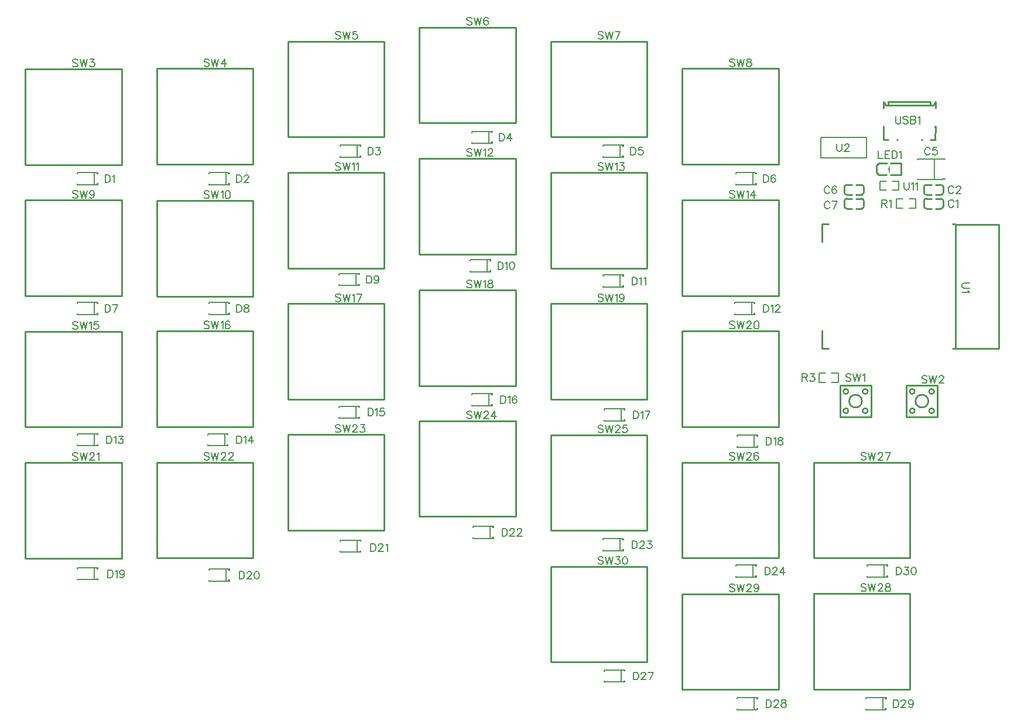
<source format=gto>
G04 Layer: TopSilkscreenLayer*
G04 EasyEDA v6.5.23, 2023-06-09 15:01:11*
G04 604b8d365768463b9eb07bbcea70d2b6,6219c82cfec74c238c9999bd11a2e976,10*
G04 Gerber Generator version 0.2*
G04 Scale: 100 percent, Rotated: No, Reflected: No *
G04 Dimensions in millimeters *
G04 leading zeros omitted , absolute positions ,4 integer and 5 decimal *
%FSLAX45Y45*%
%MOMM*%

%ADD10C,0.1524*%
%ADD11C,0.2540*%
%ADD12C,0.2030*%

%LPD*%
D10*
X13887889Y-2990631D02*
G01*
X13882555Y-2980217D01*
X13872141Y-2969803D01*
X13861981Y-2964723D01*
X13841153Y-2964723D01*
X13830739Y-2969803D01*
X13820325Y-2980217D01*
X13814991Y-2990631D01*
X13809911Y-3006379D01*
X13809911Y-3032287D01*
X13814991Y-3047781D01*
X13820325Y-3058195D01*
X13830739Y-3068609D01*
X13841153Y-3073689D01*
X13861981Y-3073689D01*
X13872141Y-3068609D01*
X13882555Y-3058195D01*
X13887889Y-3047781D01*
X13922179Y-2985551D02*
G01*
X13932593Y-2980217D01*
X13948087Y-2964723D01*
X13948087Y-3073689D01*
X13887889Y-2790631D02*
G01*
X13882555Y-2780217D01*
X13872141Y-2769803D01*
X13861981Y-2764723D01*
X13841153Y-2764723D01*
X13830739Y-2769803D01*
X13820325Y-2780217D01*
X13814991Y-2790631D01*
X13809911Y-2806379D01*
X13809911Y-2832287D01*
X13814991Y-2847781D01*
X13820325Y-2858195D01*
X13830739Y-2868609D01*
X13841153Y-2873689D01*
X13861981Y-2873689D01*
X13872141Y-2868609D01*
X13882555Y-2858195D01*
X13887889Y-2847781D01*
X13927259Y-2790631D02*
G01*
X13927259Y-2785551D01*
X13932593Y-2775137D01*
X13937673Y-2769803D01*
X13948087Y-2764723D01*
X13968915Y-2764723D01*
X13979329Y-2769803D01*
X13984409Y-2775137D01*
X13989743Y-2785551D01*
X13989743Y-2795965D01*
X13984409Y-2806379D01*
X13973995Y-2821873D01*
X13922179Y-2873689D01*
X13994823Y-2873689D01*
X12097893Y-2790631D02*
G01*
X12092559Y-2780217D01*
X12082145Y-2769803D01*
X12071984Y-2764723D01*
X12051156Y-2764723D01*
X12040743Y-2769803D01*
X12030329Y-2780217D01*
X12024995Y-2790631D01*
X12019915Y-2806379D01*
X12019915Y-2832287D01*
X12024995Y-2847781D01*
X12030329Y-2858195D01*
X12040743Y-2868609D01*
X12051156Y-2873689D01*
X12071984Y-2873689D01*
X12082145Y-2868609D01*
X12092559Y-2858195D01*
X12097893Y-2847781D01*
X12194413Y-2780217D02*
G01*
X12189333Y-2769803D01*
X12173584Y-2764723D01*
X12163425Y-2764723D01*
X12147677Y-2769803D01*
X12137263Y-2785551D01*
X12132183Y-2811459D01*
X12132183Y-2837367D01*
X12137263Y-2858195D01*
X12147677Y-2868609D01*
X12163425Y-2873689D01*
X12168504Y-2873689D01*
X12183999Y-2868609D01*
X12194413Y-2858195D01*
X12199747Y-2842701D01*
X12199747Y-2837367D01*
X12194413Y-2821873D01*
X12183999Y-2811459D01*
X12168504Y-2806379D01*
X12163425Y-2806379D01*
X12147677Y-2811459D01*
X12137263Y-2821873D01*
X12132183Y-2837367D01*
X12097893Y-3010631D02*
G01*
X12092559Y-3000217D01*
X12082145Y-2989803D01*
X12071984Y-2984723D01*
X12051156Y-2984723D01*
X12040743Y-2989803D01*
X12030329Y-3000217D01*
X12024995Y-3010631D01*
X12019915Y-3026379D01*
X12019915Y-3052287D01*
X12024995Y-3067781D01*
X12030329Y-3078195D01*
X12040743Y-3088609D01*
X12051156Y-3093689D01*
X12071984Y-3093689D01*
X12082145Y-3088609D01*
X12092559Y-3078195D01*
X12097893Y-3067781D01*
X12204827Y-2984723D02*
G01*
X12153011Y-3093689D01*
X12132183Y-2984723D02*
G01*
X12204827Y-2984723D01*
X13547890Y-2230633D02*
G01*
X13542556Y-2220219D01*
X13532142Y-2209805D01*
X13521982Y-2204725D01*
X13501154Y-2204725D01*
X13490740Y-2209805D01*
X13480326Y-2220219D01*
X13474992Y-2230633D01*
X13469912Y-2246381D01*
X13469912Y-2272289D01*
X13474992Y-2287783D01*
X13480326Y-2298197D01*
X13490740Y-2308611D01*
X13501154Y-2313691D01*
X13521982Y-2313691D01*
X13532142Y-2308611D01*
X13542556Y-2298197D01*
X13547890Y-2287783D01*
X13644410Y-2204725D02*
G01*
X13592594Y-2204725D01*
X13587260Y-2251461D01*
X13592594Y-2246381D01*
X13608088Y-2241047D01*
X13623582Y-2241047D01*
X13639330Y-2246381D01*
X13649744Y-2256541D01*
X13654824Y-2272289D01*
X13654824Y-2282703D01*
X13649744Y-2298197D01*
X13639330Y-2308611D01*
X13623582Y-2313691D01*
X13608088Y-2313691D01*
X13592594Y-2308611D01*
X13587260Y-2303531D01*
X13582180Y-2293117D01*
X1619935Y-2604724D02*
G01*
X1619935Y-2713690D01*
X1619935Y-2604724D02*
G01*
X1656257Y-2604724D01*
X1672005Y-2609804D01*
X1682165Y-2620218D01*
X1687499Y-2630632D01*
X1692579Y-2646380D01*
X1692579Y-2672288D01*
X1687499Y-2687782D01*
X1682165Y-2698196D01*
X1672005Y-2708610D01*
X1656257Y-2713690D01*
X1619935Y-2713690D01*
X1726869Y-2625552D02*
G01*
X1737283Y-2620218D01*
X1753031Y-2604724D01*
X1753031Y-2713690D01*
X3519931Y-2604724D02*
G01*
X3519931Y-2713690D01*
X3519931Y-2604724D02*
G01*
X3556254Y-2604724D01*
X3572002Y-2609804D01*
X3582161Y-2620218D01*
X3587495Y-2630632D01*
X3592575Y-2646380D01*
X3592575Y-2672288D01*
X3587495Y-2687782D01*
X3582161Y-2698196D01*
X3572002Y-2708610D01*
X3556254Y-2713690D01*
X3519931Y-2713690D01*
X3632200Y-2630632D02*
G01*
X3632200Y-2625552D01*
X3637279Y-2615138D01*
X3642613Y-2609804D01*
X3653027Y-2604724D01*
X3673602Y-2604724D01*
X3684015Y-2609804D01*
X3689350Y-2615138D01*
X3694429Y-2625552D01*
X3694429Y-2635966D01*
X3689350Y-2646380D01*
X3678936Y-2661874D01*
X3626865Y-2713690D01*
X3699763Y-2713690D01*
X5419928Y-2204725D02*
G01*
X5419928Y-2313691D01*
X5419928Y-2204725D02*
G01*
X5456250Y-2204725D01*
X5471998Y-2209805D01*
X5482158Y-2220219D01*
X5487492Y-2230633D01*
X5492572Y-2246381D01*
X5492572Y-2272289D01*
X5487492Y-2287783D01*
X5482158Y-2298197D01*
X5471998Y-2308611D01*
X5456250Y-2313691D01*
X5419928Y-2313691D01*
X5537276Y-2204725D02*
G01*
X5594426Y-2204725D01*
X5563438Y-2246381D01*
X5578932Y-2246381D01*
X5589346Y-2251461D01*
X5594426Y-2256541D01*
X5599760Y-2272289D01*
X5599760Y-2282703D01*
X5594426Y-2298197D01*
X5584012Y-2308611D01*
X5568518Y-2313691D01*
X5553024Y-2313691D01*
X5537276Y-2308611D01*
X5532196Y-2303531D01*
X5526862Y-2293117D01*
X7319924Y-2004725D02*
G01*
X7319924Y-2113691D01*
X7319924Y-2004725D02*
G01*
X7356246Y-2004725D01*
X7371994Y-2009805D01*
X7382154Y-2020219D01*
X7387488Y-2030633D01*
X7392568Y-2046381D01*
X7392568Y-2072289D01*
X7387488Y-2087783D01*
X7382154Y-2098197D01*
X7371994Y-2108611D01*
X7356246Y-2113691D01*
X7319924Y-2113691D01*
X7478928Y-2004725D02*
G01*
X7426858Y-2077369D01*
X7504836Y-2077369D01*
X7478928Y-2004725D02*
G01*
X7478928Y-2113691D01*
X9219920Y-2204725D02*
G01*
X9219920Y-2313691D01*
X9219920Y-2204725D02*
G01*
X9256242Y-2204725D01*
X9271990Y-2209805D01*
X9282150Y-2220219D01*
X9287484Y-2230633D01*
X9292564Y-2246381D01*
X9292564Y-2272289D01*
X9287484Y-2287783D01*
X9282150Y-2298197D01*
X9271990Y-2308611D01*
X9256242Y-2313691D01*
X9219920Y-2313691D01*
X9389338Y-2204725D02*
G01*
X9337268Y-2204725D01*
X9332188Y-2251461D01*
X9337268Y-2246381D01*
X9353016Y-2241047D01*
X9368510Y-2241047D01*
X9384004Y-2246381D01*
X9394418Y-2256541D01*
X9399752Y-2272289D01*
X9399752Y-2282703D01*
X9394418Y-2298197D01*
X9384004Y-2308611D01*
X9368510Y-2313691D01*
X9353016Y-2313691D01*
X9337268Y-2308611D01*
X9332188Y-2303531D01*
X9326854Y-2293117D01*
X11139916Y-2604724D02*
G01*
X11139916Y-2713690D01*
X11139916Y-2604724D02*
G01*
X11176238Y-2604724D01*
X11191986Y-2609804D01*
X11202146Y-2620218D01*
X11207480Y-2630632D01*
X11212560Y-2646380D01*
X11212560Y-2672288D01*
X11207480Y-2687782D01*
X11202146Y-2698196D01*
X11191986Y-2708610D01*
X11176238Y-2713690D01*
X11139916Y-2713690D01*
X11309334Y-2620218D02*
G01*
X11304000Y-2609804D01*
X11288506Y-2604724D01*
X11278092Y-2604724D01*
X11262598Y-2609804D01*
X11252184Y-2625552D01*
X11246850Y-2651460D01*
X11246850Y-2677368D01*
X11252184Y-2698196D01*
X11262598Y-2708610D01*
X11278092Y-2713690D01*
X11283426Y-2713690D01*
X11298920Y-2708610D01*
X11309334Y-2698196D01*
X11314414Y-2682702D01*
X11314414Y-2677368D01*
X11309334Y-2661874D01*
X11298920Y-2651460D01*
X11283426Y-2646380D01*
X11278092Y-2646380D01*
X11262598Y-2651460D01*
X11252184Y-2661874D01*
X11246850Y-2677368D01*
X1619935Y-4484720D02*
G01*
X1619935Y-4593686D01*
X1619935Y-4484720D02*
G01*
X1656257Y-4484720D01*
X1672005Y-4489800D01*
X1682165Y-4500214D01*
X1687499Y-4510628D01*
X1692579Y-4526376D01*
X1692579Y-4552284D01*
X1687499Y-4567778D01*
X1682165Y-4578192D01*
X1672005Y-4588606D01*
X1656257Y-4593686D01*
X1619935Y-4593686D01*
X1799767Y-4484720D02*
G01*
X1747697Y-4593686D01*
X1726869Y-4484720D02*
G01*
X1799767Y-4484720D01*
X3519931Y-4484720D02*
G01*
X3519931Y-4593686D01*
X3519931Y-4484720D02*
G01*
X3556254Y-4484720D01*
X3572002Y-4489800D01*
X3582161Y-4500214D01*
X3587495Y-4510628D01*
X3592575Y-4526376D01*
X3592575Y-4552284D01*
X3587495Y-4567778D01*
X3582161Y-4578192D01*
X3572002Y-4588606D01*
X3556254Y-4593686D01*
X3519931Y-4593686D01*
X3653027Y-4484720D02*
G01*
X3637279Y-4489800D01*
X3632200Y-4500214D01*
X3632200Y-4510628D01*
X3637279Y-4521042D01*
X3647693Y-4526376D01*
X3668522Y-4531456D01*
X3684015Y-4536536D01*
X3694429Y-4546950D01*
X3699763Y-4557364D01*
X3699763Y-4573112D01*
X3694429Y-4583526D01*
X3689350Y-4588606D01*
X3673602Y-4593686D01*
X3653027Y-4593686D01*
X3637279Y-4588606D01*
X3632200Y-4583526D01*
X3626865Y-4573112D01*
X3626865Y-4557364D01*
X3632200Y-4546950D01*
X3642613Y-4536536D01*
X3658108Y-4531456D01*
X3678936Y-4526376D01*
X3689350Y-4521042D01*
X3694429Y-4510628D01*
X3694429Y-4500214D01*
X3689350Y-4489800D01*
X3673602Y-4484720D01*
X3653027Y-4484720D01*
X5399928Y-4064721D02*
G01*
X5399928Y-4173687D01*
X5399928Y-4064721D02*
G01*
X5436250Y-4064721D01*
X5451998Y-4069801D01*
X5462158Y-4080215D01*
X5467492Y-4090629D01*
X5472572Y-4106377D01*
X5472572Y-4132285D01*
X5467492Y-4147779D01*
X5462158Y-4158193D01*
X5451998Y-4168607D01*
X5436250Y-4173687D01*
X5399928Y-4173687D01*
X5574426Y-4101043D02*
G01*
X5569346Y-4116537D01*
X5558932Y-4126951D01*
X5543438Y-4132285D01*
X5538104Y-4132285D01*
X5522610Y-4126951D01*
X5512196Y-4116537D01*
X5506862Y-4101043D01*
X5506862Y-4095963D01*
X5512196Y-4080215D01*
X5522610Y-4069801D01*
X5538104Y-4064721D01*
X5543438Y-4064721D01*
X5558932Y-4069801D01*
X5569346Y-4080215D01*
X5574426Y-4101043D01*
X5574426Y-4126951D01*
X5569346Y-4153113D01*
X5558932Y-4168607D01*
X5543438Y-4173687D01*
X5533024Y-4173687D01*
X5517276Y-4168607D01*
X5512196Y-4158193D01*
X7299924Y-3864721D02*
G01*
X7299924Y-3973687D01*
X7299924Y-3864721D02*
G01*
X7336246Y-3864721D01*
X7351994Y-3869801D01*
X7362154Y-3880215D01*
X7367488Y-3890629D01*
X7372568Y-3906377D01*
X7372568Y-3932285D01*
X7367488Y-3947779D01*
X7362154Y-3958193D01*
X7351994Y-3968607D01*
X7336246Y-3973687D01*
X7299924Y-3973687D01*
X7406858Y-3885549D02*
G01*
X7417272Y-3880215D01*
X7433020Y-3864721D01*
X7433020Y-3973687D01*
X7498298Y-3864721D02*
G01*
X7482804Y-3869801D01*
X7472390Y-3885549D01*
X7467310Y-3911457D01*
X7467310Y-3926951D01*
X7472390Y-3953113D01*
X7482804Y-3968607D01*
X7498298Y-3973687D01*
X7508712Y-3973687D01*
X7524460Y-3968607D01*
X7534874Y-3953113D01*
X7539954Y-3926951D01*
X7539954Y-3911457D01*
X7534874Y-3885549D01*
X7524460Y-3869801D01*
X7508712Y-3864721D01*
X7498298Y-3864721D01*
X9239920Y-4084721D02*
G01*
X9239920Y-4193687D01*
X9239920Y-4084721D02*
G01*
X9276242Y-4084721D01*
X9291990Y-4089801D01*
X9302150Y-4100215D01*
X9307484Y-4110629D01*
X9312564Y-4126377D01*
X9312564Y-4152285D01*
X9307484Y-4167779D01*
X9302150Y-4178193D01*
X9291990Y-4188607D01*
X9276242Y-4193687D01*
X9239920Y-4193687D01*
X9346854Y-4105549D02*
G01*
X9357268Y-4100215D01*
X9373016Y-4084721D01*
X9373016Y-4193687D01*
X9407306Y-4105549D02*
G01*
X9417720Y-4100215D01*
X9433214Y-4084721D01*
X9433214Y-4193687D01*
X11139916Y-4484720D02*
G01*
X11139916Y-4593686D01*
X11139916Y-4484720D02*
G01*
X11176238Y-4484720D01*
X11191986Y-4489800D01*
X11202146Y-4500214D01*
X11207480Y-4510628D01*
X11212560Y-4526376D01*
X11212560Y-4552284D01*
X11207480Y-4567778D01*
X11202146Y-4578192D01*
X11191986Y-4588606D01*
X11176238Y-4593686D01*
X11139916Y-4593686D01*
X11246850Y-4505548D02*
G01*
X11257264Y-4500214D01*
X11273012Y-4484720D01*
X11273012Y-4593686D01*
X11312382Y-4510628D02*
G01*
X11312382Y-4505548D01*
X11317716Y-4495134D01*
X11322796Y-4489800D01*
X11333210Y-4484720D01*
X11354038Y-4484720D01*
X11364452Y-4489800D01*
X11369532Y-4495134D01*
X11374866Y-4505548D01*
X11374866Y-4515962D01*
X11369532Y-4526376D01*
X11359118Y-4541870D01*
X11307302Y-4593686D01*
X11379946Y-4593686D01*
X1639935Y-6384716D02*
G01*
X1639935Y-6493682D01*
X1639935Y-6384716D02*
G01*
X1676257Y-6384716D01*
X1692005Y-6389796D01*
X1702165Y-6400210D01*
X1707499Y-6410624D01*
X1712579Y-6426372D01*
X1712579Y-6452280D01*
X1707499Y-6467774D01*
X1702165Y-6478188D01*
X1692005Y-6488602D01*
X1676257Y-6493682D01*
X1639935Y-6493682D01*
X1746869Y-6405544D02*
G01*
X1757283Y-6400210D01*
X1773031Y-6384716D01*
X1773031Y-6493682D01*
X1817735Y-6384716D02*
G01*
X1874885Y-6384716D01*
X1843643Y-6426372D01*
X1859137Y-6426372D01*
X1869551Y-6431452D01*
X1874885Y-6436532D01*
X1879965Y-6452280D01*
X1879965Y-6462694D01*
X1874885Y-6478188D01*
X1864471Y-6488602D01*
X1848723Y-6493682D01*
X1833229Y-6493682D01*
X1817735Y-6488602D01*
X1812401Y-6483522D01*
X1807321Y-6473108D01*
X3519931Y-6384716D02*
G01*
X3519931Y-6493682D01*
X3519931Y-6384716D02*
G01*
X3556254Y-6384716D01*
X3572002Y-6389796D01*
X3582161Y-6400210D01*
X3587495Y-6410624D01*
X3592575Y-6426372D01*
X3592575Y-6452280D01*
X3587495Y-6467774D01*
X3582161Y-6478188D01*
X3572002Y-6488602D01*
X3556254Y-6493682D01*
X3519931Y-6493682D01*
X3626865Y-6405544D02*
G01*
X3637279Y-6400210D01*
X3653027Y-6384716D01*
X3653027Y-6493682D01*
X3739134Y-6384716D02*
G01*
X3687318Y-6457360D01*
X3765041Y-6457360D01*
X3739134Y-6384716D02*
G01*
X3739134Y-6493682D01*
X5419928Y-5984717D02*
G01*
X5419928Y-6093683D01*
X5419928Y-5984717D02*
G01*
X5456250Y-5984717D01*
X5471998Y-5989797D01*
X5482158Y-6000211D01*
X5487492Y-6010625D01*
X5492572Y-6026373D01*
X5492572Y-6052281D01*
X5487492Y-6067775D01*
X5482158Y-6078189D01*
X5471998Y-6088603D01*
X5456250Y-6093683D01*
X5419928Y-6093683D01*
X5526862Y-6005545D02*
G01*
X5537276Y-6000211D01*
X5553024Y-5984717D01*
X5553024Y-6093683D01*
X5649544Y-5984717D02*
G01*
X5597728Y-5984717D01*
X5592394Y-6031453D01*
X5597728Y-6026373D01*
X5613222Y-6021039D01*
X5628716Y-6021039D01*
X5644464Y-6026373D01*
X5654878Y-6036533D01*
X5659958Y-6052281D01*
X5659958Y-6062695D01*
X5654878Y-6078189D01*
X5644464Y-6088603D01*
X5628716Y-6093683D01*
X5613222Y-6093683D01*
X5597728Y-6088603D01*
X5592394Y-6083523D01*
X5587314Y-6073109D01*
X7339924Y-5804717D02*
G01*
X7339924Y-5913683D01*
X7339924Y-5804717D02*
G01*
X7376246Y-5804717D01*
X7391994Y-5809797D01*
X7402154Y-5820211D01*
X7407488Y-5830625D01*
X7412568Y-5846373D01*
X7412568Y-5872281D01*
X7407488Y-5887775D01*
X7402154Y-5898189D01*
X7391994Y-5908603D01*
X7376246Y-5913683D01*
X7339924Y-5913683D01*
X7446858Y-5825545D02*
G01*
X7457272Y-5820211D01*
X7473020Y-5804717D01*
X7473020Y-5913683D01*
X7569540Y-5820211D02*
G01*
X7564460Y-5809797D01*
X7548712Y-5804717D01*
X7538298Y-5804717D01*
X7522804Y-5809797D01*
X7512390Y-5825545D01*
X7507310Y-5851453D01*
X7507310Y-5877361D01*
X7512390Y-5898189D01*
X7522804Y-5908603D01*
X7538298Y-5913683D01*
X7543632Y-5913683D01*
X7559126Y-5908603D01*
X7569540Y-5898189D01*
X7574874Y-5882695D01*
X7574874Y-5877361D01*
X7569540Y-5861867D01*
X7559126Y-5851453D01*
X7543632Y-5846373D01*
X7538298Y-5846373D01*
X7522804Y-5851453D01*
X7512390Y-5861867D01*
X7507310Y-5877361D01*
X9259920Y-6024717D02*
G01*
X9259920Y-6133683D01*
X9259920Y-6024717D02*
G01*
X9296242Y-6024717D01*
X9311990Y-6029797D01*
X9322150Y-6040211D01*
X9327484Y-6050625D01*
X9332564Y-6066373D01*
X9332564Y-6092281D01*
X9327484Y-6107775D01*
X9322150Y-6118189D01*
X9311990Y-6128603D01*
X9296242Y-6133683D01*
X9259920Y-6133683D01*
X9366854Y-6045545D02*
G01*
X9377268Y-6040211D01*
X9393016Y-6024717D01*
X9393016Y-6133683D01*
X9499950Y-6024717D02*
G01*
X9447880Y-6133683D01*
X9427306Y-6024717D02*
G01*
X9499950Y-6024717D01*
X11179916Y-6404716D02*
G01*
X11179916Y-6513682D01*
X11179916Y-6404716D02*
G01*
X11216238Y-6404716D01*
X11231986Y-6409796D01*
X11242146Y-6420210D01*
X11247480Y-6430624D01*
X11252560Y-6446372D01*
X11252560Y-6472280D01*
X11247480Y-6487774D01*
X11242146Y-6498188D01*
X11231986Y-6508602D01*
X11216238Y-6513682D01*
X11179916Y-6513682D01*
X11286850Y-6425544D02*
G01*
X11297264Y-6420210D01*
X11313012Y-6404716D01*
X11313012Y-6513682D01*
X11373210Y-6404716D02*
G01*
X11357716Y-6409796D01*
X11352382Y-6420210D01*
X11352382Y-6430624D01*
X11357716Y-6441038D01*
X11367876Y-6446372D01*
X11388704Y-6451452D01*
X11404452Y-6456532D01*
X11414866Y-6466946D01*
X11419946Y-6477360D01*
X11419946Y-6493108D01*
X11414866Y-6503522D01*
X11409532Y-6508602D01*
X11394038Y-6513682D01*
X11373210Y-6513682D01*
X11357716Y-6508602D01*
X11352382Y-6503522D01*
X11347302Y-6493108D01*
X11347302Y-6477360D01*
X11352382Y-6466946D01*
X11362796Y-6456532D01*
X11378290Y-6451452D01*
X11399118Y-6446372D01*
X11409532Y-6441038D01*
X11414866Y-6430624D01*
X11414866Y-6420210D01*
X11409532Y-6409796D01*
X11394038Y-6404716D01*
X11373210Y-6404716D01*
X1659935Y-8324712D02*
G01*
X1659935Y-8433678D01*
X1659935Y-8324712D02*
G01*
X1696257Y-8324712D01*
X1712005Y-8329792D01*
X1722165Y-8340206D01*
X1727499Y-8350620D01*
X1732579Y-8366368D01*
X1732579Y-8392276D01*
X1727499Y-8407770D01*
X1722165Y-8418184D01*
X1712005Y-8428598D01*
X1696257Y-8433678D01*
X1659935Y-8433678D01*
X1766869Y-8345540D02*
G01*
X1777283Y-8340206D01*
X1793031Y-8324712D01*
X1793031Y-8433678D01*
X1894885Y-8361034D02*
G01*
X1889551Y-8376528D01*
X1879137Y-8386942D01*
X1863643Y-8392276D01*
X1858309Y-8392276D01*
X1842815Y-8386942D01*
X1832401Y-8376528D01*
X1827321Y-8361034D01*
X1827321Y-8355954D01*
X1832401Y-8340206D01*
X1842815Y-8329792D01*
X1858309Y-8324712D01*
X1863643Y-8324712D01*
X1879137Y-8329792D01*
X1889551Y-8340206D01*
X1894885Y-8361034D01*
X1894885Y-8386942D01*
X1889551Y-8413104D01*
X1879137Y-8428598D01*
X1863643Y-8433678D01*
X1853229Y-8433678D01*
X1837735Y-8428598D01*
X1832401Y-8418184D01*
X3559931Y-8344712D02*
G01*
X3559931Y-8453678D01*
X3559931Y-8344712D02*
G01*
X3596253Y-8344712D01*
X3612001Y-8349792D01*
X3622161Y-8360206D01*
X3627495Y-8370620D01*
X3632575Y-8386368D01*
X3632575Y-8412276D01*
X3627495Y-8427770D01*
X3622161Y-8438184D01*
X3612001Y-8448598D01*
X3596253Y-8453678D01*
X3559931Y-8453678D01*
X3672199Y-8370620D02*
G01*
X3672199Y-8365540D01*
X3677279Y-8355126D01*
X3682613Y-8349792D01*
X3693027Y-8344712D01*
X3713601Y-8344712D01*
X3724015Y-8349792D01*
X3729349Y-8355126D01*
X3734429Y-8365540D01*
X3734429Y-8375954D01*
X3729349Y-8386368D01*
X3718935Y-8401862D01*
X3666865Y-8453678D01*
X3739763Y-8453678D01*
X3805041Y-8344712D02*
G01*
X3789547Y-8349792D01*
X3779133Y-8365540D01*
X3774053Y-8391448D01*
X3774053Y-8406942D01*
X3779133Y-8433104D01*
X3789547Y-8448598D01*
X3805041Y-8453678D01*
X3815455Y-8453678D01*
X3831203Y-8448598D01*
X3841617Y-8433104D01*
X3846697Y-8406942D01*
X3846697Y-8391448D01*
X3841617Y-8365540D01*
X3831203Y-8349792D01*
X3815455Y-8344712D01*
X3805041Y-8344712D01*
X5459928Y-7944713D02*
G01*
X5459928Y-8053679D01*
X5459928Y-7944713D02*
G01*
X5496250Y-7944713D01*
X5511998Y-7949793D01*
X5522158Y-7960207D01*
X5527492Y-7970621D01*
X5532572Y-7986369D01*
X5532572Y-8012277D01*
X5527492Y-8027771D01*
X5522158Y-8038185D01*
X5511998Y-8048599D01*
X5496250Y-8053679D01*
X5459928Y-8053679D01*
X5572196Y-7970621D02*
G01*
X5572196Y-7965541D01*
X5577276Y-7955127D01*
X5582610Y-7949793D01*
X5593024Y-7944713D01*
X5613598Y-7944713D01*
X5624012Y-7949793D01*
X5629346Y-7955127D01*
X5634426Y-7965541D01*
X5634426Y-7975955D01*
X5629346Y-7986369D01*
X5618932Y-8001863D01*
X5566862Y-8053679D01*
X5639760Y-8053679D01*
X5674050Y-7965541D02*
G01*
X5684464Y-7960207D01*
X5699958Y-7944713D01*
X5699958Y-8053679D01*
X7359924Y-7724714D02*
G01*
X7359924Y-7833680D01*
X7359924Y-7724714D02*
G01*
X7396246Y-7724714D01*
X7411994Y-7729794D01*
X7422154Y-7740208D01*
X7427488Y-7750622D01*
X7432568Y-7766370D01*
X7432568Y-7792278D01*
X7427488Y-7807772D01*
X7422154Y-7818186D01*
X7411994Y-7828600D01*
X7396246Y-7833680D01*
X7359924Y-7833680D01*
X7472192Y-7750622D02*
G01*
X7472192Y-7745542D01*
X7477272Y-7735128D01*
X7482606Y-7729794D01*
X7493020Y-7724714D01*
X7513594Y-7724714D01*
X7524008Y-7729794D01*
X7529342Y-7735128D01*
X7534422Y-7745542D01*
X7534422Y-7755956D01*
X7529342Y-7766370D01*
X7518928Y-7781864D01*
X7466858Y-7833680D01*
X7539756Y-7833680D01*
X7579126Y-7750622D02*
G01*
X7579126Y-7745542D01*
X7584460Y-7735128D01*
X7589540Y-7729794D01*
X7599954Y-7724714D01*
X7620782Y-7724714D01*
X7631196Y-7729794D01*
X7636276Y-7735128D01*
X7641610Y-7745542D01*
X7641610Y-7755956D01*
X7636276Y-7766370D01*
X7625862Y-7781864D01*
X7574046Y-7833680D01*
X7646690Y-7833680D01*
X9239920Y-7904713D02*
G01*
X9239920Y-8013679D01*
X9239920Y-7904713D02*
G01*
X9276242Y-7904713D01*
X9291990Y-7909793D01*
X9302150Y-7920207D01*
X9307484Y-7930621D01*
X9312564Y-7946369D01*
X9312564Y-7972277D01*
X9307484Y-7987771D01*
X9302150Y-7998185D01*
X9291990Y-8008599D01*
X9276242Y-8013679D01*
X9239920Y-8013679D01*
X9352188Y-7930621D02*
G01*
X9352188Y-7925541D01*
X9357268Y-7915127D01*
X9362602Y-7909793D01*
X9373016Y-7904713D01*
X9393590Y-7904713D01*
X9404004Y-7909793D01*
X9409338Y-7915127D01*
X9414418Y-7925541D01*
X9414418Y-7935955D01*
X9409338Y-7946369D01*
X9398924Y-7961863D01*
X9346854Y-8013679D01*
X9419752Y-8013679D01*
X9464456Y-7904713D02*
G01*
X9521606Y-7904713D01*
X9490364Y-7946369D01*
X9505858Y-7946369D01*
X9516272Y-7951449D01*
X9521606Y-7956529D01*
X9526686Y-7972277D01*
X9526686Y-7982691D01*
X9521606Y-7998185D01*
X9511192Y-8008599D01*
X9495444Y-8013679D01*
X9479950Y-8013679D01*
X9464456Y-8008599D01*
X9459122Y-8003519D01*
X9454042Y-7993105D01*
X11159916Y-8284712D02*
G01*
X11159916Y-8393678D01*
X11159916Y-8284712D02*
G01*
X11196238Y-8284712D01*
X11211986Y-8289792D01*
X11222146Y-8300206D01*
X11227480Y-8310620D01*
X11232560Y-8326368D01*
X11232560Y-8352276D01*
X11227480Y-8367770D01*
X11222146Y-8378184D01*
X11211986Y-8388598D01*
X11196238Y-8393678D01*
X11159916Y-8393678D01*
X11272184Y-8310620D02*
G01*
X11272184Y-8305540D01*
X11277264Y-8295126D01*
X11282598Y-8289792D01*
X11293012Y-8284712D01*
X11313586Y-8284712D01*
X11324000Y-8289792D01*
X11329334Y-8295126D01*
X11334414Y-8305540D01*
X11334414Y-8315954D01*
X11329334Y-8326368D01*
X11318920Y-8341862D01*
X11266850Y-8393678D01*
X11339748Y-8393678D01*
X11425854Y-8284712D02*
G01*
X11374038Y-8357356D01*
X11452016Y-8357356D01*
X11425854Y-8284712D02*
G01*
X11425854Y-8393678D01*
X9259920Y-9804709D02*
G01*
X9259920Y-9913675D01*
X9259920Y-9804709D02*
G01*
X9296242Y-9804709D01*
X9311990Y-9809789D01*
X9322150Y-9820203D01*
X9327484Y-9830617D01*
X9332564Y-9846365D01*
X9332564Y-9872273D01*
X9327484Y-9887767D01*
X9322150Y-9898181D01*
X9311990Y-9908595D01*
X9296242Y-9913675D01*
X9259920Y-9913675D01*
X9372188Y-9830617D02*
G01*
X9372188Y-9825537D01*
X9377268Y-9815123D01*
X9382602Y-9809789D01*
X9393016Y-9804709D01*
X9413590Y-9804709D01*
X9424004Y-9809789D01*
X9429338Y-9815123D01*
X9434418Y-9825537D01*
X9434418Y-9835951D01*
X9429338Y-9846365D01*
X9418924Y-9861859D01*
X9366854Y-9913675D01*
X9439752Y-9913675D01*
X9546686Y-9804709D02*
G01*
X9494870Y-9913675D01*
X9474042Y-9804709D02*
G01*
X9546686Y-9804709D01*
X11179916Y-10204709D02*
G01*
X11179916Y-10313675D01*
X11179916Y-10204709D02*
G01*
X11216238Y-10204709D01*
X11231986Y-10209789D01*
X11242146Y-10220203D01*
X11247480Y-10230617D01*
X11252560Y-10246365D01*
X11252560Y-10272273D01*
X11247480Y-10287767D01*
X11242146Y-10298181D01*
X11231986Y-10308595D01*
X11216238Y-10313675D01*
X11179916Y-10313675D01*
X11292184Y-10230617D02*
G01*
X11292184Y-10225537D01*
X11297264Y-10215123D01*
X11302598Y-10209789D01*
X11313012Y-10204709D01*
X11333586Y-10204709D01*
X11344000Y-10209789D01*
X11349334Y-10215123D01*
X11354414Y-10225537D01*
X11354414Y-10235951D01*
X11349334Y-10246365D01*
X11338920Y-10261859D01*
X11286850Y-10313675D01*
X11359748Y-10313675D01*
X11419946Y-10204709D02*
G01*
X11404452Y-10209789D01*
X11399118Y-10220203D01*
X11399118Y-10230617D01*
X11404452Y-10241031D01*
X11414866Y-10246365D01*
X11435440Y-10251445D01*
X11451188Y-10256525D01*
X11461602Y-10266939D01*
X11466682Y-10277353D01*
X11466682Y-10293101D01*
X11461602Y-10303515D01*
X11456268Y-10308595D01*
X11440774Y-10313675D01*
X11419946Y-10313675D01*
X11404452Y-10308595D01*
X11399118Y-10303515D01*
X11394038Y-10293101D01*
X11394038Y-10277353D01*
X11399118Y-10266939D01*
X11409532Y-10256525D01*
X11425026Y-10251445D01*
X11445854Y-10246365D01*
X11456268Y-10241031D01*
X11461602Y-10230617D01*
X11461602Y-10220203D01*
X11456268Y-10209789D01*
X11440774Y-10204709D01*
X11419946Y-10204709D01*
X13019973Y-10204663D02*
G01*
X13019973Y-10313629D01*
X13019973Y-10204663D02*
G01*
X13056295Y-10204663D01*
X13072043Y-10209743D01*
X13082203Y-10220157D01*
X13087537Y-10230571D01*
X13092617Y-10246319D01*
X13092617Y-10272227D01*
X13087537Y-10287721D01*
X13082203Y-10298135D01*
X13072043Y-10308549D01*
X13056295Y-10313629D01*
X13019973Y-10313629D01*
X13132241Y-10230571D02*
G01*
X13132241Y-10225491D01*
X13137321Y-10215077D01*
X13142655Y-10209743D01*
X13153069Y-10204663D01*
X13173643Y-10204663D01*
X13184057Y-10209743D01*
X13189391Y-10215077D01*
X13194471Y-10225491D01*
X13194471Y-10235905D01*
X13189391Y-10246319D01*
X13178977Y-10261813D01*
X13126907Y-10313629D01*
X13199805Y-10313629D01*
X13301659Y-10240985D02*
G01*
X13296325Y-10256479D01*
X13285911Y-10266893D01*
X13270417Y-10272227D01*
X13265083Y-10272227D01*
X13249589Y-10266893D01*
X13239175Y-10256479D01*
X13234095Y-10240985D01*
X13234095Y-10235905D01*
X13239175Y-10220157D01*
X13249589Y-10209743D01*
X13265083Y-10204663D01*
X13270417Y-10204663D01*
X13285911Y-10209743D01*
X13296325Y-10220157D01*
X13301659Y-10240985D01*
X13301659Y-10266893D01*
X13296325Y-10293055D01*
X13285911Y-10308549D01*
X13270417Y-10313629D01*
X13260003Y-10313629D01*
X13244509Y-10308549D01*
X13239175Y-10298135D01*
X13059912Y-8284712D02*
G01*
X13059912Y-8393678D01*
X13059912Y-8284712D02*
G01*
X13096234Y-8284712D01*
X13111982Y-8289792D01*
X13122142Y-8300206D01*
X13127476Y-8310620D01*
X13132556Y-8326368D01*
X13132556Y-8352276D01*
X13127476Y-8367770D01*
X13122142Y-8378184D01*
X13111982Y-8388598D01*
X13096234Y-8393678D01*
X13059912Y-8393678D01*
X13177260Y-8284712D02*
G01*
X13234410Y-8284712D01*
X13203422Y-8326368D01*
X13218916Y-8326368D01*
X13229330Y-8331448D01*
X13234410Y-8336528D01*
X13239744Y-8352276D01*
X13239744Y-8362690D01*
X13234410Y-8378184D01*
X13223996Y-8388598D01*
X13208502Y-8393678D01*
X13193008Y-8393678D01*
X13177260Y-8388598D01*
X13172180Y-8383518D01*
X13166846Y-8373104D01*
X13305022Y-8284712D02*
G01*
X13289528Y-8289792D01*
X13279114Y-8305540D01*
X13274034Y-8331448D01*
X13274034Y-8346942D01*
X13279114Y-8373104D01*
X13289528Y-8388598D01*
X13305022Y-8393678D01*
X13315436Y-8393678D01*
X13331184Y-8388598D01*
X13341598Y-8373104D01*
X13346678Y-8346942D01*
X13346678Y-8331448D01*
X13341598Y-8305540D01*
X13331184Y-8289792D01*
X13315436Y-8284712D01*
X13305022Y-8284712D01*
X12799913Y-2254724D02*
G01*
X12799913Y-2363690D01*
X12799913Y-2363690D02*
G01*
X12862143Y-2363690D01*
X12896433Y-2254724D02*
G01*
X12896433Y-2363690D01*
X12896433Y-2254724D02*
G01*
X12963997Y-2254724D01*
X12896433Y-2306540D02*
G01*
X12938089Y-2306540D01*
X12896433Y-2363690D02*
G01*
X12963997Y-2363690D01*
X12998287Y-2254724D02*
G01*
X12998287Y-2363690D01*
X12998287Y-2254724D02*
G01*
X13034863Y-2254724D01*
X13050357Y-2259804D01*
X13060771Y-2270218D01*
X13065851Y-2280632D01*
X13071185Y-2296380D01*
X13071185Y-2322288D01*
X13065851Y-2337782D01*
X13060771Y-2348196D01*
X13050357Y-2358610D01*
X13034863Y-2363690D01*
X12998287Y-2363690D01*
X13105475Y-2275552D02*
G01*
X13115889Y-2270218D01*
X13131383Y-2254724D01*
X13131383Y-2363690D01*
X12849913Y-2964723D02*
G01*
X12849913Y-3073689D01*
X12849913Y-2964723D02*
G01*
X12896649Y-2964723D01*
X12912143Y-2969803D01*
X12917477Y-2975137D01*
X12922557Y-2985551D01*
X12922557Y-2995965D01*
X12917477Y-3006379D01*
X12912143Y-3011459D01*
X12896649Y-3016539D01*
X12849913Y-3016539D01*
X12886235Y-3016539D02*
G01*
X12922557Y-3073689D01*
X12956847Y-2985551D02*
G01*
X12967261Y-2980217D01*
X12983009Y-2964723D01*
X12983009Y-3073689D01*
X11699915Y-5484718D02*
G01*
X11699915Y-5593684D01*
X11699915Y-5484718D02*
G01*
X11746651Y-5484718D01*
X11762145Y-5489798D01*
X11767479Y-5495132D01*
X11772559Y-5505546D01*
X11772559Y-5515960D01*
X11767479Y-5526374D01*
X11762145Y-5531454D01*
X11746651Y-5536534D01*
X11699915Y-5536534D01*
X11736237Y-5536534D02*
G01*
X11772559Y-5593684D01*
X11817263Y-5484718D02*
G01*
X11874413Y-5484718D01*
X11843425Y-5526374D01*
X11858919Y-5526374D01*
X11869333Y-5531454D01*
X11874413Y-5536534D01*
X11879747Y-5552282D01*
X11879747Y-5562696D01*
X11874413Y-5578190D01*
X11863999Y-5588604D01*
X11848505Y-5593684D01*
X11833011Y-5593684D01*
X11817263Y-5588604D01*
X11812183Y-5583524D01*
X11806849Y-5573110D01*
X13169912Y-2714724D02*
G01*
X13169912Y-2792702D01*
X13174992Y-2808196D01*
X13185406Y-2818610D01*
X13201154Y-2823690D01*
X13211568Y-2823690D01*
X13227062Y-2818610D01*
X13237476Y-2808196D01*
X13242556Y-2792702D01*
X13242556Y-2714724D01*
X13276846Y-2735552D02*
G01*
X13287260Y-2730218D01*
X13303008Y-2714724D01*
X13303008Y-2823690D01*
X13337298Y-2735552D02*
G01*
X13347712Y-2730218D01*
X13363206Y-2714724D01*
X13363206Y-2823690D01*
X12402558Y-5500212D02*
G01*
X12392144Y-5489798D01*
X12376650Y-5484718D01*
X12355822Y-5484718D01*
X12340328Y-5489798D01*
X12329914Y-5500212D01*
X12329914Y-5510626D01*
X12334994Y-5521040D01*
X12340328Y-5526374D01*
X12350742Y-5531454D01*
X12381984Y-5541868D01*
X12392144Y-5546948D01*
X12397478Y-5552282D01*
X12402558Y-5562696D01*
X12402558Y-5578190D01*
X12392144Y-5588604D01*
X12376650Y-5593684D01*
X12355822Y-5593684D01*
X12340328Y-5588604D01*
X12329914Y-5578190D01*
X12436848Y-5484718D02*
G01*
X12463010Y-5593684D01*
X12488918Y-5484718D02*
G01*
X12463010Y-5593684D01*
X12488918Y-5484718D02*
G01*
X12514826Y-5593684D01*
X12540734Y-5484718D02*
G01*
X12514826Y-5593684D01*
X12575024Y-5505546D02*
G01*
X12585438Y-5500212D01*
X12601186Y-5484718D01*
X12601186Y-5593684D01*
X13502556Y-5526199D02*
G01*
X13492142Y-5515785D01*
X13476648Y-5510705D01*
X13455820Y-5510705D01*
X13440326Y-5515785D01*
X13429912Y-5526199D01*
X13429912Y-5536613D01*
X13434992Y-5547027D01*
X13440326Y-5552361D01*
X13450740Y-5557441D01*
X13481982Y-5567855D01*
X13492142Y-5572935D01*
X13497476Y-5578269D01*
X13502556Y-5588683D01*
X13502556Y-5604177D01*
X13492142Y-5614591D01*
X13476648Y-5619671D01*
X13455820Y-5619671D01*
X13440326Y-5614591D01*
X13429912Y-5604177D01*
X13536846Y-5510705D02*
G01*
X13563008Y-5619671D01*
X13588916Y-5510705D02*
G01*
X13563008Y-5619671D01*
X13588916Y-5510705D02*
G01*
X13614824Y-5619671D01*
X13640732Y-5510705D02*
G01*
X13614824Y-5619671D01*
X13680356Y-5536613D02*
G01*
X13680356Y-5531533D01*
X13685436Y-5521119D01*
X13690770Y-5515785D01*
X13701184Y-5510705D01*
X13722012Y-5510705D01*
X13732172Y-5515785D01*
X13737506Y-5521119D01*
X13742586Y-5531533D01*
X13742586Y-5541947D01*
X13737506Y-5552361D01*
X13727092Y-5567855D01*
X13675022Y-5619671D01*
X13747920Y-5619671D01*
X14115227Y-4170037D02*
G01*
X14037249Y-4170037D01*
X14021755Y-4175117D01*
X14011341Y-4185531D01*
X14006261Y-4201279D01*
X14006261Y-4211693D01*
X14011341Y-4227187D01*
X14021755Y-4237601D01*
X14037249Y-4242681D01*
X14115227Y-4242681D01*
X14094399Y-4276971D02*
G01*
X14099733Y-4287385D01*
X14115227Y-4303133D01*
X14006261Y-4303133D01*
X12199914Y-2154725D02*
G01*
X12199914Y-2232703D01*
X12204994Y-2248197D01*
X12215408Y-2258611D01*
X12231156Y-2263691D01*
X12241570Y-2263691D01*
X12257064Y-2258611D01*
X12267478Y-2248197D01*
X12272558Y-2232703D01*
X12272558Y-2154725D01*
X12312182Y-2180633D02*
G01*
X12312182Y-2175553D01*
X12317262Y-2165139D01*
X12322596Y-2159805D01*
X12333010Y-2154725D01*
X12353584Y-2154725D01*
X12363998Y-2159805D01*
X12369332Y-2165139D01*
X12374412Y-2175553D01*
X12374412Y-2185967D01*
X12369332Y-2196381D01*
X12358918Y-2211875D01*
X12306848Y-2263691D01*
X12379746Y-2263691D01*
X13049912Y-1754725D02*
G01*
X13049912Y-1832703D01*
X13054992Y-1848197D01*
X13065406Y-1858611D01*
X13081154Y-1863691D01*
X13091568Y-1863691D01*
X13107062Y-1858611D01*
X13117476Y-1848197D01*
X13122556Y-1832703D01*
X13122556Y-1754725D01*
X13229744Y-1770219D02*
G01*
X13219330Y-1759805D01*
X13203582Y-1754725D01*
X13183008Y-1754725D01*
X13167260Y-1759805D01*
X13156846Y-1770219D01*
X13156846Y-1780633D01*
X13162180Y-1791047D01*
X13167260Y-1796381D01*
X13177674Y-1801461D01*
X13208916Y-1811875D01*
X13219330Y-1816955D01*
X13224410Y-1822289D01*
X13229744Y-1832703D01*
X13229744Y-1848197D01*
X13219330Y-1858611D01*
X13203582Y-1863691D01*
X13183008Y-1863691D01*
X13167260Y-1858611D01*
X13156846Y-1848197D01*
X13264034Y-1754725D02*
G01*
X13264034Y-1863691D01*
X13264034Y-1754725D02*
G01*
X13310770Y-1754725D01*
X13326264Y-1759805D01*
X13331598Y-1765139D01*
X13336678Y-1775553D01*
X13336678Y-1785967D01*
X13331598Y-1796381D01*
X13326264Y-1801461D01*
X13310770Y-1806541D01*
X13264034Y-1806541D02*
G01*
X13310770Y-1806541D01*
X13326264Y-1811875D01*
X13331598Y-1816955D01*
X13336678Y-1827369D01*
X13336678Y-1843117D01*
X13331598Y-1853531D01*
X13326264Y-1858611D01*
X13310770Y-1863691D01*
X13264034Y-1863691D01*
X13370968Y-1775553D02*
G01*
X13381382Y-1770219D01*
X13396876Y-1754725D01*
X13396876Y-1863691D01*
X1221706Y-945197D02*
G01*
X1211292Y-934783D01*
X1195798Y-929703D01*
X1174970Y-929703D01*
X1159476Y-934783D01*
X1149062Y-945197D01*
X1149062Y-955611D01*
X1154142Y-966025D01*
X1159476Y-971359D01*
X1169890Y-976439D01*
X1201132Y-986853D01*
X1211292Y-991933D01*
X1216626Y-997267D01*
X1221706Y-1007681D01*
X1221706Y-1023175D01*
X1211292Y-1033589D01*
X1195798Y-1038669D01*
X1174970Y-1038669D01*
X1159476Y-1033589D01*
X1149062Y-1023175D01*
X1255996Y-929703D02*
G01*
X1282158Y-1038669D01*
X1308066Y-929703D02*
G01*
X1282158Y-1038669D01*
X1308066Y-929703D02*
G01*
X1333974Y-1038669D01*
X1359882Y-929703D02*
G01*
X1333974Y-1038669D01*
X1404586Y-929703D02*
G01*
X1461736Y-929703D01*
X1430748Y-971359D01*
X1446242Y-971359D01*
X1456656Y-976439D01*
X1461736Y-981519D01*
X1467070Y-997267D01*
X1467070Y-1007681D01*
X1461736Y-1023175D01*
X1451322Y-1033589D01*
X1435828Y-1038669D01*
X1420334Y-1038669D01*
X1404586Y-1033589D01*
X1399506Y-1028509D01*
X1394172Y-1018095D01*
X3121626Y-940117D02*
G01*
X3111212Y-929703D01*
X3095718Y-924623D01*
X3074890Y-924623D01*
X3059396Y-929703D01*
X3048982Y-940117D01*
X3048982Y-950531D01*
X3054062Y-960945D01*
X3059396Y-966279D01*
X3069810Y-971359D01*
X3101052Y-981773D01*
X3111212Y-986853D01*
X3116546Y-992187D01*
X3121626Y-1002601D01*
X3121626Y-1018095D01*
X3111212Y-1028509D01*
X3095718Y-1033589D01*
X3074890Y-1033589D01*
X3059396Y-1028509D01*
X3048982Y-1018095D01*
X3155916Y-924623D02*
G01*
X3182078Y-1033589D01*
X3207986Y-924623D02*
G01*
X3182078Y-1033589D01*
X3207986Y-924623D02*
G01*
X3233894Y-1033589D01*
X3259802Y-924623D02*
G01*
X3233894Y-1033589D01*
X3346162Y-924623D02*
G01*
X3294092Y-997267D01*
X3372070Y-997267D01*
X3346162Y-924623D02*
G01*
X3346162Y-1033589D01*
X5021546Y-543877D02*
G01*
X5011132Y-533463D01*
X4995638Y-528383D01*
X4974810Y-528383D01*
X4959316Y-533463D01*
X4948902Y-543877D01*
X4948902Y-554291D01*
X4953982Y-564705D01*
X4959316Y-570039D01*
X4969730Y-575119D01*
X5000972Y-585533D01*
X5011132Y-590613D01*
X5016466Y-595947D01*
X5021546Y-606361D01*
X5021546Y-621855D01*
X5011132Y-632269D01*
X4995638Y-637349D01*
X4974810Y-637349D01*
X4959316Y-632269D01*
X4948902Y-621855D01*
X5055836Y-528383D02*
G01*
X5081998Y-637349D01*
X5107906Y-528383D02*
G01*
X5081998Y-637349D01*
X5107906Y-528383D02*
G01*
X5133814Y-637349D01*
X5159722Y-528383D02*
G01*
X5133814Y-637349D01*
X5256496Y-528383D02*
G01*
X5204426Y-528383D01*
X5199346Y-575119D01*
X5204426Y-570039D01*
X5220174Y-564705D01*
X5235668Y-564705D01*
X5251162Y-570039D01*
X5261576Y-580199D01*
X5266910Y-595947D01*
X5266910Y-606361D01*
X5261576Y-621855D01*
X5251162Y-632269D01*
X5235668Y-637349D01*
X5220174Y-637349D01*
X5204426Y-632269D01*
X5199346Y-627189D01*
X5194012Y-616775D01*
X6921466Y-340677D02*
G01*
X6911052Y-330263D01*
X6895558Y-325183D01*
X6874730Y-325183D01*
X6859236Y-330263D01*
X6848822Y-340677D01*
X6848822Y-351091D01*
X6853902Y-361505D01*
X6859236Y-366839D01*
X6869650Y-371919D01*
X6900892Y-382333D01*
X6911052Y-387413D01*
X6916386Y-392747D01*
X6921466Y-403161D01*
X6921466Y-418655D01*
X6911052Y-429069D01*
X6895558Y-434149D01*
X6874730Y-434149D01*
X6859236Y-429069D01*
X6848822Y-418655D01*
X6955756Y-325183D02*
G01*
X6981918Y-434149D01*
X7007826Y-325183D02*
G01*
X6981918Y-434149D01*
X7007826Y-325183D02*
G01*
X7033734Y-434149D01*
X7059642Y-325183D02*
G01*
X7033734Y-434149D01*
X7156416Y-340677D02*
G01*
X7151082Y-330263D01*
X7135588Y-325183D01*
X7125174Y-325183D01*
X7109680Y-330263D01*
X7099266Y-346011D01*
X7093932Y-371919D01*
X7093932Y-397827D01*
X7099266Y-418655D01*
X7109680Y-429069D01*
X7125174Y-434149D01*
X7130508Y-434149D01*
X7146002Y-429069D01*
X7156416Y-418655D01*
X7161496Y-403161D01*
X7161496Y-397827D01*
X7156416Y-382333D01*
X7146002Y-371919D01*
X7130508Y-366839D01*
X7125174Y-366839D01*
X7109680Y-371919D01*
X7099266Y-382333D01*
X7093932Y-397827D01*
X8821386Y-543877D02*
G01*
X8810972Y-533463D01*
X8795478Y-528383D01*
X8774650Y-528383D01*
X8759156Y-533463D01*
X8748742Y-543877D01*
X8748742Y-554291D01*
X8753822Y-564705D01*
X8759156Y-570039D01*
X8769570Y-575119D01*
X8800812Y-585533D01*
X8810972Y-590613D01*
X8816306Y-595947D01*
X8821386Y-606361D01*
X8821386Y-621855D01*
X8810972Y-632269D01*
X8795478Y-637349D01*
X8774650Y-637349D01*
X8759156Y-632269D01*
X8748742Y-621855D01*
X8855676Y-528383D02*
G01*
X8881838Y-637349D01*
X8907746Y-528383D02*
G01*
X8881838Y-637349D01*
X8907746Y-528383D02*
G01*
X8933654Y-637349D01*
X8959562Y-528383D02*
G01*
X8933654Y-637349D01*
X9066750Y-528383D02*
G01*
X9014680Y-637349D01*
X8993852Y-528383D02*
G01*
X9066750Y-528383D01*
X10721306Y-940117D02*
G01*
X10710892Y-929703D01*
X10695398Y-924623D01*
X10674570Y-924623D01*
X10659076Y-929703D01*
X10648662Y-940117D01*
X10648662Y-950531D01*
X10653742Y-960945D01*
X10659076Y-966279D01*
X10669490Y-971359D01*
X10700732Y-981773D01*
X10710892Y-986853D01*
X10716226Y-992187D01*
X10721306Y-1002601D01*
X10721306Y-1018095D01*
X10710892Y-1028509D01*
X10695398Y-1033589D01*
X10674570Y-1033589D01*
X10659076Y-1028509D01*
X10648662Y-1018095D01*
X10755596Y-924623D02*
G01*
X10781758Y-1033589D01*
X10807666Y-924623D02*
G01*
X10781758Y-1033589D01*
X10807666Y-924623D02*
G01*
X10833574Y-1033589D01*
X10859482Y-924623D02*
G01*
X10833574Y-1033589D01*
X10919934Y-924623D02*
G01*
X10904186Y-929703D01*
X10899106Y-940117D01*
X10899106Y-950531D01*
X10904186Y-960945D01*
X10914600Y-966279D01*
X10935428Y-971359D01*
X10950922Y-976439D01*
X10961336Y-986853D01*
X10966670Y-997267D01*
X10966670Y-1013015D01*
X10961336Y-1023429D01*
X10956256Y-1028509D01*
X10940762Y-1033589D01*
X10919934Y-1033589D01*
X10904186Y-1028509D01*
X10899106Y-1023429D01*
X10893772Y-1013015D01*
X10893772Y-997267D01*
X10899106Y-986853D01*
X10909520Y-976439D01*
X10925014Y-971359D01*
X10945842Y-966279D01*
X10956256Y-960945D01*
X10961336Y-950531D01*
X10961336Y-940117D01*
X10956256Y-929703D01*
X10940762Y-924623D01*
X10919934Y-924623D01*
X1221706Y-2845117D02*
G01*
X1211292Y-2834703D01*
X1195798Y-2829623D01*
X1174970Y-2829623D01*
X1159476Y-2834703D01*
X1149062Y-2845117D01*
X1149062Y-2855531D01*
X1154142Y-2865945D01*
X1159476Y-2871279D01*
X1169890Y-2876359D01*
X1201132Y-2886773D01*
X1211292Y-2891853D01*
X1216626Y-2897187D01*
X1221706Y-2907601D01*
X1221706Y-2923095D01*
X1211292Y-2933509D01*
X1195798Y-2938589D01*
X1174970Y-2938589D01*
X1159476Y-2933509D01*
X1149062Y-2923095D01*
X1255996Y-2829623D02*
G01*
X1282158Y-2938589D01*
X1308066Y-2829623D02*
G01*
X1282158Y-2938589D01*
X1308066Y-2829623D02*
G01*
X1333974Y-2938589D01*
X1359882Y-2829623D02*
G01*
X1333974Y-2938589D01*
X1461736Y-2865945D02*
G01*
X1456656Y-2881439D01*
X1446242Y-2891853D01*
X1430748Y-2897187D01*
X1425414Y-2897187D01*
X1409920Y-2891853D01*
X1399506Y-2881439D01*
X1394172Y-2865945D01*
X1394172Y-2860865D01*
X1399506Y-2845117D01*
X1409920Y-2834703D01*
X1425414Y-2829623D01*
X1430748Y-2829623D01*
X1446242Y-2834703D01*
X1456656Y-2845117D01*
X1461736Y-2865945D01*
X1461736Y-2891853D01*
X1456656Y-2918015D01*
X1446242Y-2933509D01*
X1430748Y-2938589D01*
X1420334Y-2938589D01*
X1404586Y-2933509D01*
X1399506Y-2923095D01*
X3121626Y-2850197D02*
G01*
X3111212Y-2839783D01*
X3095718Y-2834703D01*
X3074890Y-2834703D01*
X3059396Y-2839783D01*
X3048982Y-2850197D01*
X3048982Y-2860611D01*
X3054062Y-2871025D01*
X3059396Y-2876359D01*
X3069810Y-2881439D01*
X3101052Y-2891853D01*
X3111212Y-2896933D01*
X3116546Y-2902267D01*
X3121626Y-2912681D01*
X3121626Y-2928175D01*
X3111212Y-2938589D01*
X3095718Y-2943669D01*
X3074890Y-2943669D01*
X3059396Y-2938589D01*
X3048982Y-2928175D01*
X3155916Y-2834703D02*
G01*
X3182078Y-2943669D01*
X3207986Y-2834703D02*
G01*
X3182078Y-2943669D01*
X3207986Y-2834703D02*
G01*
X3233894Y-2943669D01*
X3259802Y-2834703D02*
G01*
X3233894Y-2943669D01*
X3294092Y-2855531D02*
G01*
X3304506Y-2850197D01*
X3320254Y-2834703D01*
X3320254Y-2943669D01*
X3385532Y-2834703D02*
G01*
X3370038Y-2839783D01*
X3359624Y-2855531D01*
X3354544Y-2881439D01*
X3354544Y-2896933D01*
X3359624Y-2923095D01*
X3370038Y-2938589D01*
X3385532Y-2943669D01*
X3395946Y-2943669D01*
X3411694Y-2938589D01*
X3422108Y-2923095D01*
X3427188Y-2896933D01*
X3427188Y-2881439D01*
X3422108Y-2855531D01*
X3411694Y-2839783D01*
X3395946Y-2834703D01*
X3385532Y-2834703D01*
X5021546Y-2443797D02*
G01*
X5011132Y-2433383D01*
X4995638Y-2428303D01*
X4974810Y-2428303D01*
X4959316Y-2433383D01*
X4948902Y-2443797D01*
X4948902Y-2454211D01*
X4953982Y-2464625D01*
X4959316Y-2469959D01*
X4969730Y-2475039D01*
X5000972Y-2485453D01*
X5011132Y-2490533D01*
X5016466Y-2495867D01*
X5021546Y-2506281D01*
X5021546Y-2521775D01*
X5011132Y-2532189D01*
X4995638Y-2537269D01*
X4974810Y-2537269D01*
X4959316Y-2532189D01*
X4948902Y-2521775D01*
X5055836Y-2428303D02*
G01*
X5081998Y-2537269D01*
X5107906Y-2428303D02*
G01*
X5081998Y-2537269D01*
X5107906Y-2428303D02*
G01*
X5133814Y-2537269D01*
X5159722Y-2428303D02*
G01*
X5133814Y-2537269D01*
X5194012Y-2449131D02*
G01*
X5204426Y-2443797D01*
X5220174Y-2428303D01*
X5220174Y-2537269D01*
X5254464Y-2449131D02*
G01*
X5264878Y-2443797D01*
X5280372Y-2428303D01*
X5280372Y-2537269D01*
X6921466Y-2240597D02*
G01*
X6911052Y-2230183D01*
X6895558Y-2225103D01*
X6874730Y-2225103D01*
X6859236Y-2230183D01*
X6848822Y-2240597D01*
X6848822Y-2251011D01*
X6853902Y-2261425D01*
X6859236Y-2266759D01*
X6869650Y-2271839D01*
X6900892Y-2282253D01*
X6911052Y-2287333D01*
X6916386Y-2292667D01*
X6921466Y-2303081D01*
X6921466Y-2318575D01*
X6911052Y-2328989D01*
X6895558Y-2334069D01*
X6874730Y-2334069D01*
X6859236Y-2328989D01*
X6848822Y-2318575D01*
X6955756Y-2225103D02*
G01*
X6981918Y-2334069D01*
X7007826Y-2225103D02*
G01*
X6981918Y-2334069D01*
X7007826Y-2225103D02*
G01*
X7033734Y-2334069D01*
X7059642Y-2225103D02*
G01*
X7033734Y-2334069D01*
X7093932Y-2245931D02*
G01*
X7104346Y-2240597D01*
X7120094Y-2225103D01*
X7120094Y-2334069D01*
X7159464Y-2251011D02*
G01*
X7159464Y-2245931D01*
X7164798Y-2235517D01*
X7169878Y-2230183D01*
X7180292Y-2225103D01*
X7201120Y-2225103D01*
X7211534Y-2230183D01*
X7216614Y-2235517D01*
X7221948Y-2245931D01*
X7221948Y-2256345D01*
X7216614Y-2266759D01*
X7206200Y-2282253D01*
X7154384Y-2334069D01*
X7227028Y-2334069D01*
X8821386Y-2443797D02*
G01*
X8810972Y-2433383D01*
X8795478Y-2428303D01*
X8774650Y-2428303D01*
X8759156Y-2433383D01*
X8748742Y-2443797D01*
X8748742Y-2454211D01*
X8753822Y-2464625D01*
X8759156Y-2469959D01*
X8769570Y-2475039D01*
X8800812Y-2485453D01*
X8810972Y-2490533D01*
X8816306Y-2495867D01*
X8821386Y-2506281D01*
X8821386Y-2521775D01*
X8810972Y-2532189D01*
X8795478Y-2537269D01*
X8774650Y-2537269D01*
X8759156Y-2532189D01*
X8748742Y-2521775D01*
X8855676Y-2428303D02*
G01*
X8881838Y-2537269D01*
X8907746Y-2428303D02*
G01*
X8881838Y-2537269D01*
X8907746Y-2428303D02*
G01*
X8933654Y-2537269D01*
X8959562Y-2428303D02*
G01*
X8933654Y-2537269D01*
X8993852Y-2449131D02*
G01*
X9004266Y-2443797D01*
X9020014Y-2428303D01*
X9020014Y-2537269D01*
X9064718Y-2428303D02*
G01*
X9121868Y-2428303D01*
X9090626Y-2469959D01*
X9106120Y-2469959D01*
X9116534Y-2475039D01*
X9121868Y-2480119D01*
X9126948Y-2495867D01*
X9126948Y-2506281D01*
X9121868Y-2521775D01*
X9111454Y-2532189D01*
X9095706Y-2537269D01*
X9080212Y-2537269D01*
X9064718Y-2532189D01*
X9059384Y-2527109D01*
X9054304Y-2516695D01*
X10721306Y-2845117D02*
G01*
X10710892Y-2834703D01*
X10695398Y-2829623D01*
X10674570Y-2829623D01*
X10659076Y-2834703D01*
X10648662Y-2845117D01*
X10648662Y-2855531D01*
X10653742Y-2865945D01*
X10659076Y-2871279D01*
X10669490Y-2876359D01*
X10700732Y-2886773D01*
X10710892Y-2891853D01*
X10716226Y-2897187D01*
X10721306Y-2907601D01*
X10721306Y-2923095D01*
X10710892Y-2933509D01*
X10695398Y-2938589D01*
X10674570Y-2938589D01*
X10659076Y-2933509D01*
X10648662Y-2923095D01*
X10755596Y-2829623D02*
G01*
X10781758Y-2938589D01*
X10807666Y-2829623D02*
G01*
X10781758Y-2938589D01*
X10807666Y-2829623D02*
G01*
X10833574Y-2938589D01*
X10859482Y-2829623D02*
G01*
X10833574Y-2938589D01*
X10893772Y-2850451D02*
G01*
X10904186Y-2845117D01*
X10919934Y-2829623D01*
X10919934Y-2938589D01*
X11006040Y-2829623D02*
G01*
X10954224Y-2902267D01*
X11032202Y-2902267D01*
X11006040Y-2829623D02*
G01*
X11006040Y-2938589D01*
X1221706Y-4745037D02*
G01*
X1211292Y-4734623D01*
X1195798Y-4729543D01*
X1174970Y-4729543D01*
X1159476Y-4734623D01*
X1149062Y-4745037D01*
X1149062Y-4755451D01*
X1154142Y-4765865D01*
X1159476Y-4771199D01*
X1169890Y-4776279D01*
X1201132Y-4786693D01*
X1211292Y-4791773D01*
X1216626Y-4797107D01*
X1221706Y-4807521D01*
X1221706Y-4823015D01*
X1211292Y-4833429D01*
X1195798Y-4838509D01*
X1174970Y-4838509D01*
X1159476Y-4833429D01*
X1149062Y-4823015D01*
X1255996Y-4729543D02*
G01*
X1282158Y-4838509D01*
X1308066Y-4729543D02*
G01*
X1282158Y-4838509D01*
X1308066Y-4729543D02*
G01*
X1333974Y-4838509D01*
X1359882Y-4729543D02*
G01*
X1333974Y-4838509D01*
X1394172Y-4750371D02*
G01*
X1404586Y-4745037D01*
X1420334Y-4729543D01*
X1420334Y-4838509D01*
X1516854Y-4729543D02*
G01*
X1465038Y-4729543D01*
X1459704Y-4776279D01*
X1465038Y-4771199D01*
X1480532Y-4765865D01*
X1496026Y-4765865D01*
X1511774Y-4771199D01*
X1522188Y-4781359D01*
X1527268Y-4797107D01*
X1527268Y-4807521D01*
X1522188Y-4823015D01*
X1511774Y-4833429D01*
X1496026Y-4838509D01*
X1480532Y-4838509D01*
X1465038Y-4833429D01*
X1459704Y-4828349D01*
X1454624Y-4817935D01*
X3121626Y-4739957D02*
G01*
X3111212Y-4729543D01*
X3095718Y-4724463D01*
X3074890Y-4724463D01*
X3059396Y-4729543D01*
X3048982Y-4739957D01*
X3048982Y-4750371D01*
X3054062Y-4760785D01*
X3059396Y-4766119D01*
X3069810Y-4771199D01*
X3101052Y-4781613D01*
X3111212Y-4786693D01*
X3116546Y-4792027D01*
X3121626Y-4802441D01*
X3121626Y-4817935D01*
X3111212Y-4828349D01*
X3095718Y-4833429D01*
X3074890Y-4833429D01*
X3059396Y-4828349D01*
X3048982Y-4817935D01*
X3155916Y-4724463D02*
G01*
X3182078Y-4833429D01*
X3207986Y-4724463D02*
G01*
X3182078Y-4833429D01*
X3207986Y-4724463D02*
G01*
X3233894Y-4833429D01*
X3259802Y-4724463D02*
G01*
X3233894Y-4833429D01*
X3294092Y-4745291D02*
G01*
X3304506Y-4739957D01*
X3320254Y-4724463D01*
X3320254Y-4833429D01*
X3416774Y-4739957D02*
G01*
X3411694Y-4729543D01*
X3395946Y-4724463D01*
X3385532Y-4724463D01*
X3370038Y-4729543D01*
X3359624Y-4745291D01*
X3354544Y-4771199D01*
X3354544Y-4797107D01*
X3359624Y-4817935D01*
X3370038Y-4828349D01*
X3385532Y-4833429D01*
X3390866Y-4833429D01*
X3406360Y-4828349D01*
X3416774Y-4817935D01*
X3422108Y-4802441D01*
X3422108Y-4797107D01*
X3416774Y-4781613D01*
X3406360Y-4771199D01*
X3390866Y-4766119D01*
X3385532Y-4766119D01*
X3370038Y-4771199D01*
X3359624Y-4781613D01*
X3354544Y-4797107D01*
X5021546Y-4343717D02*
G01*
X5011132Y-4333303D01*
X4995638Y-4328223D01*
X4974810Y-4328223D01*
X4959316Y-4333303D01*
X4948902Y-4343717D01*
X4948902Y-4354131D01*
X4953982Y-4364545D01*
X4959316Y-4369879D01*
X4969730Y-4374959D01*
X5000972Y-4385373D01*
X5011132Y-4390453D01*
X5016466Y-4395787D01*
X5021546Y-4406201D01*
X5021546Y-4421695D01*
X5011132Y-4432109D01*
X4995638Y-4437189D01*
X4974810Y-4437189D01*
X4959316Y-4432109D01*
X4948902Y-4421695D01*
X5055836Y-4328223D02*
G01*
X5081998Y-4437189D01*
X5107906Y-4328223D02*
G01*
X5081998Y-4437189D01*
X5107906Y-4328223D02*
G01*
X5133814Y-4437189D01*
X5159722Y-4328223D02*
G01*
X5133814Y-4437189D01*
X5194012Y-4349051D02*
G01*
X5204426Y-4343717D01*
X5220174Y-4328223D01*
X5220174Y-4437189D01*
X5327108Y-4328223D02*
G01*
X5275292Y-4437189D01*
X5254464Y-4328223D02*
G01*
X5327108Y-4328223D01*
X6921466Y-4145597D02*
G01*
X6911052Y-4135183D01*
X6895558Y-4130103D01*
X6874730Y-4130103D01*
X6859236Y-4135183D01*
X6848822Y-4145597D01*
X6848822Y-4156011D01*
X6853902Y-4166425D01*
X6859236Y-4171759D01*
X6869650Y-4176839D01*
X6900892Y-4187253D01*
X6911052Y-4192333D01*
X6916386Y-4197667D01*
X6921466Y-4208081D01*
X6921466Y-4223575D01*
X6911052Y-4233989D01*
X6895558Y-4239069D01*
X6874730Y-4239069D01*
X6859236Y-4233989D01*
X6848822Y-4223575D01*
X6955756Y-4130103D02*
G01*
X6981918Y-4239069D01*
X7007826Y-4130103D02*
G01*
X6981918Y-4239069D01*
X7007826Y-4130103D02*
G01*
X7033734Y-4239069D01*
X7059642Y-4130103D02*
G01*
X7033734Y-4239069D01*
X7093932Y-4150931D02*
G01*
X7104346Y-4145597D01*
X7120094Y-4130103D01*
X7120094Y-4239069D01*
X7180292Y-4130103D02*
G01*
X7164798Y-4135183D01*
X7159464Y-4145597D01*
X7159464Y-4156011D01*
X7164798Y-4166425D01*
X7175212Y-4171759D01*
X7195786Y-4176839D01*
X7211534Y-4181919D01*
X7221948Y-4192333D01*
X7227028Y-4202747D01*
X7227028Y-4218495D01*
X7221948Y-4228909D01*
X7216614Y-4233989D01*
X7201120Y-4239069D01*
X7180292Y-4239069D01*
X7164798Y-4233989D01*
X7159464Y-4228909D01*
X7154384Y-4218495D01*
X7154384Y-4202747D01*
X7159464Y-4192333D01*
X7169878Y-4181919D01*
X7185372Y-4176839D01*
X7206200Y-4171759D01*
X7216614Y-4166425D01*
X7221948Y-4156011D01*
X7221948Y-4145597D01*
X7216614Y-4135183D01*
X7201120Y-4130103D01*
X7180292Y-4130103D01*
X8821386Y-4343717D02*
G01*
X8810972Y-4333303D01*
X8795478Y-4328223D01*
X8774650Y-4328223D01*
X8759156Y-4333303D01*
X8748742Y-4343717D01*
X8748742Y-4354131D01*
X8753822Y-4364545D01*
X8759156Y-4369879D01*
X8769570Y-4374959D01*
X8800812Y-4385373D01*
X8810972Y-4390453D01*
X8816306Y-4395787D01*
X8821386Y-4406201D01*
X8821386Y-4421695D01*
X8810972Y-4432109D01*
X8795478Y-4437189D01*
X8774650Y-4437189D01*
X8759156Y-4432109D01*
X8748742Y-4421695D01*
X8855676Y-4328223D02*
G01*
X8881838Y-4437189D01*
X8907746Y-4328223D02*
G01*
X8881838Y-4437189D01*
X8907746Y-4328223D02*
G01*
X8933654Y-4437189D01*
X8959562Y-4328223D02*
G01*
X8933654Y-4437189D01*
X8993852Y-4349051D02*
G01*
X9004266Y-4343717D01*
X9020014Y-4328223D01*
X9020014Y-4437189D01*
X9121868Y-4364545D02*
G01*
X9116534Y-4380039D01*
X9106120Y-4390453D01*
X9090626Y-4395787D01*
X9085292Y-4395787D01*
X9069798Y-4390453D01*
X9059384Y-4380039D01*
X9054304Y-4364545D01*
X9054304Y-4359465D01*
X9059384Y-4343717D01*
X9069798Y-4333303D01*
X9085292Y-4328223D01*
X9090626Y-4328223D01*
X9106120Y-4333303D01*
X9116534Y-4343717D01*
X9121868Y-4364545D01*
X9121868Y-4390453D01*
X9116534Y-4416615D01*
X9106120Y-4432109D01*
X9090626Y-4437189D01*
X9080212Y-4437189D01*
X9064718Y-4432109D01*
X9059384Y-4421695D01*
X10721306Y-4739957D02*
G01*
X10710892Y-4729543D01*
X10695398Y-4724463D01*
X10674570Y-4724463D01*
X10659076Y-4729543D01*
X10648662Y-4739957D01*
X10648662Y-4750371D01*
X10653742Y-4760785D01*
X10659076Y-4766119D01*
X10669490Y-4771199D01*
X10700732Y-4781613D01*
X10710892Y-4786693D01*
X10716226Y-4792027D01*
X10721306Y-4802441D01*
X10721306Y-4817935D01*
X10710892Y-4828349D01*
X10695398Y-4833429D01*
X10674570Y-4833429D01*
X10659076Y-4828349D01*
X10648662Y-4817935D01*
X10755596Y-4724463D02*
G01*
X10781758Y-4833429D01*
X10807666Y-4724463D02*
G01*
X10781758Y-4833429D01*
X10807666Y-4724463D02*
G01*
X10833574Y-4833429D01*
X10859482Y-4724463D02*
G01*
X10833574Y-4833429D01*
X10899106Y-4750371D02*
G01*
X10899106Y-4745291D01*
X10904186Y-4734877D01*
X10909520Y-4729543D01*
X10919934Y-4724463D01*
X10940762Y-4724463D01*
X10950922Y-4729543D01*
X10956256Y-4734877D01*
X10961336Y-4745291D01*
X10961336Y-4755705D01*
X10956256Y-4766119D01*
X10945842Y-4781613D01*
X10893772Y-4833429D01*
X10966670Y-4833429D01*
X11032202Y-4724463D02*
G01*
X11016454Y-4729543D01*
X11006040Y-4745291D01*
X11000960Y-4771199D01*
X11000960Y-4786693D01*
X11006040Y-4812855D01*
X11016454Y-4828349D01*
X11032202Y-4833429D01*
X11042362Y-4833429D01*
X11058110Y-4828349D01*
X11068524Y-4812855D01*
X11073604Y-4786693D01*
X11073604Y-4771199D01*
X11068524Y-4745291D01*
X11058110Y-4729543D01*
X11042362Y-4724463D01*
X11032202Y-4724463D01*
X1221706Y-6644957D02*
G01*
X1211292Y-6634543D01*
X1195798Y-6629463D01*
X1174970Y-6629463D01*
X1159476Y-6634543D01*
X1149062Y-6644957D01*
X1149062Y-6655371D01*
X1154142Y-6665785D01*
X1159476Y-6671119D01*
X1169890Y-6676199D01*
X1201132Y-6686613D01*
X1211292Y-6691693D01*
X1216626Y-6697027D01*
X1221706Y-6707441D01*
X1221706Y-6722935D01*
X1211292Y-6733349D01*
X1195798Y-6738429D01*
X1174970Y-6738429D01*
X1159476Y-6733349D01*
X1149062Y-6722935D01*
X1255996Y-6629463D02*
G01*
X1282158Y-6738429D01*
X1308066Y-6629463D02*
G01*
X1282158Y-6738429D01*
X1308066Y-6629463D02*
G01*
X1333974Y-6738429D01*
X1359882Y-6629463D02*
G01*
X1333974Y-6738429D01*
X1399506Y-6655371D02*
G01*
X1399506Y-6650291D01*
X1404586Y-6639877D01*
X1409920Y-6634543D01*
X1420334Y-6629463D01*
X1441162Y-6629463D01*
X1451322Y-6634543D01*
X1456656Y-6639877D01*
X1461736Y-6650291D01*
X1461736Y-6660705D01*
X1456656Y-6671119D01*
X1446242Y-6686613D01*
X1394172Y-6738429D01*
X1467070Y-6738429D01*
X1501360Y-6650291D02*
G01*
X1511774Y-6644957D01*
X1527268Y-6629463D01*
X1527268Y-6738429D01*
X3121626Y-6639877D02*
G01*
X3111212Y-6629463D01*
X3095718Y-6624383D01*
X3074890Y-6624383D01*
X3059396Y-6629463D01*
X3048982Y-6639877D01*
X3048982Y-6650291D01*
X3054062Y-6660705D01*
X3059396Y-6666039D01*
X3069810Y-6671119D01*
X3101052Y-6681533D01*
X3111212Y-6686613D01*
X3116546Y-6691947D01*
X3121626Y-6702361D01*
X3121626Y-6717855D01*
X3111212Y-6728269D01*
X3095718Y-6733349D01*
X3074890Y-6733349D01*
X3059396Y-6728269D01*
X3048982Y-6717855D01*
X3155916Y-6624383D02*
G01*
X3182078Y-6733349D01*
X3207986Y-6624383D02*
G01*
X3182078Y-6733349D01*
X3207986Y-6624383D02*
G01*
X3233894Y-6733349D01*
X3259802Y-6624383D02*
G01*
X3233894Y-6733349D01*
X3299426Y-6650291D02*
G01*
X3299426Y-6645211D01*
X3304506Y-6634797D01*
X3309840Y-6629463D01*
X3320254Y-6624383D01*
X3341082Y-6624383D01*
X3351242Y-6629463D01*
X3356576Y-6634797D01*
X3361656Y-6645211D01*
X3361656Y-6655625D01*
X3356576Y-6666039D01*
X3346162Y-6681533D01*
X3294092Y-6733349D01*
X3366990Y-6733349D01*
X3406360Y-6650291D02*
G01*
X3406360Y-6645211D01*
X3411694Y-6634797D01*
X3416774Y-6629463D01*
X3427188Y-6624383D01*
X3448016Y-6624383D01*
X3458430Y-6629463D01*
X3463510Y-6634797D01*
X3468844Y-6645211D01*
X3468844Y-6655625D01*
X3463510Y-6666039D01*
X3453096Y-6681533D01*
X3401280Y-6733349D01*
X3473924Y-6733349D01*
X5021546Y-6238557D02*
G01*
X5011132Y-6228143D01*
X4995638Y-6223063D01*
X4974810Y-6223063D01*
X4959316Y-6228143D01*
X4948902Y-6238557D01*
X4948902Y-6248971D01*
X4953982Y-6259385D01*
X4959316Y-6264719D01*
X4969730Y-6269799D01*
X5000972Y-6280213D01*
X5011132Y-6285293D01*
X5016466Y-6290627D01*
X5021546Y-6301041D01*
X5021546Y-6316535D01*
X5011132Y-6326949D01*
X4995638Y-6332029D01*
X4974810Y-6332029D01*
X4959316Y-6326949D01*
X4948902Y-6316535D01*
X5055836Y-6223063D02*
G01*
X5081998Y-6332029D01*
X5107906Y-6223063D02*
G01*
X5081998Y-6332029D01*
X5107906Y-6223063D02*
G01*
X5133814Y-6332029D01*
X5159722Y-6223063D02*
G01*
X5133814Y-6332029D01*
X5199346Y-6248971D02*
G01*
X5199346Y-6243891D01*
X5204426Y-6233477D01*
X5209760Y-6228143D01*
X5220174Y-6223063D01*
X5241002Y-6223063D01*
X5251162Y-6228143D01*
X5256496Y-6233477D01*
X5261576Y-6243891D01*
X5261576Y-6254305D01*
X5256496Y-6264719D01*
X5246082Y-6280213D01*
X5194012Y-6332029D01*
X5266910Y-6332029D01*
X5311614Y-6223063D02*
G01*
X5368764Y-6223063D01*
X5337522Y-6264719D01*
X5353016Y-6264719D01*
X5363430Y-6269799D01*
X5368764Y-6274879D01*
X5373844Y-6290627D01*
X5373844Y-6301041D01*
X5368764Y-6316535D01*
X5358350Y-6326949D01*
X5342602Y-6332029D01*
X5327108Y-6332029D01*
X5311614Y-6326949D01*
X5306280Y-6321869D01*
X5301200Y-6311455D01*
X6921466Y-6040437D02*
G01*
X6911052Y-6030023D01*
X6895558Y-6024943D01*
X6874730Y-6024943D01*
X6859236Y-6030023D01*
X6848822Y-6040437D01*
X6848822Y-6050851D01*
X6853902Y-6061265D01*
X6859236Y-6066599D01*
X6869650Y-6071679D01*
X6900892Y-6082093D01*
X6911052Y-6087173D01*
X6916386Y-6092507D01*
X6921466Y-6102921D01*
X6921466Y-6118415D01*
X6911052Y-6128829D01*
X6895558Y-6133909D01*
X6874730Y-6133909D01*
X6859236Y-6128829D01*
X6848822Y-6118415D01*
X6955756Y-6024943D02*
G01*
X6981918Y-6133909D01*
X7007826Y-6024943D02*
G01*
X6981918Y-6133909D01*
X7007826Y-6024943D02*
G01*
X7033734Y-6133909D01*
X7059642Y-6024943D02*
G01*
X7033734Y-6133909D01*
X7099266Y-6050851D02*
G01*
X7099266Y-6045771D01*
X7104346Y-6035357D01*
X7109680Y-6030023D01*
X7120094Y-6024943D01*
X7140922Y-6024943D01*
X7151082Y-6030023D01*
X7156416Y-6035357D01*
X7161496Y-6045771D01*
X7161496Y-6056185D01*
X7156416Y-6066599D01*
X7146002Y-6082093D01*
X7093932Y-6133909D01*
X7166830Y-6133909D01*
X7252936Y-6024943D02*
G01*
X7201120Y-6097587D01*
X7279098Y-6097587D01*
X7252936Y-6024943D02*
G01*
X7252936Y-6133909D01*
X8821386Y-6243637D02*
G01*
X8810972Y-6233223D01*
X8795478Y-6228143D01*
X8774650Y-6228143D01*
X8759156Y-6233223D01*
X8748742Y-6243637D01*
X8748742Y-6254051D01*
X8753822Y-6264465D01*
X8759156Y-6269799D01*
X8769570Y-6274879D01*
X8800812Y-6285293D01*
X8810972Y-6290373D01*
X8816306Y-6295707D01*
X8821386Y-6306121D01*
X8821386Y-6321615D01*
X8810972Y-6332029D01*
X8795478Y-6337109D01*
X8774650Y-6337109D01*
X8759156Y-6332029D01*
X8748742Y-6321615D01*
X8855676Y-6228143D02*
G01*
X8881838Y-6337109D01*
X8907746Y-6228143D02*
G01*
X8881838Y-6337109D01*
X8907746Y-6228143D02*
G01*
X8933654Y-6337109D01*
X8959562Y-6228143D02*
G01*
X8933654Y-6337109D01*
X8999186Y-6254051D02*
G01*
X8999186Y-6248971D01*
X9004266Y-6238557D01*
X9009600Y-6233223D01*
X9020014Y-6228143D01*
X9040842Y-6228143D01*
X9051002Y-6233223D01*
X9056336Y-6238557D01*
X9061416Y-6248971D01*
X9061416Y-6259385D01*
X9056336Y-6269799D01*
X9045922Y-6285293D01*
X8993852Y-6337109D01*
X9066750Y-6337109D01*
X9163270Y-6228143D02*
G01*
X9111454Y-6228143D01*
X9106120Y-6274879D01*
X9111454Y-6269799D01*
X9126948Y-6264465D01*
X9142442Y-6264465D01*
X9158190Y-6269799D01*
X9168604Y-6279959D01*
X9173684Y-6295707D01*
X9173684Y-6306121D01*
X9168604Y-6321615D01*
X9158190Y-6332029D01*
X9142442Y-6337109D01*
X9126948Y-6337109D01*
X9111454Y-6332029D01*
X9106120Y-6326949D01*
X9101040Y-6316535D01*
X10721306Y-6639877D02*
G01*
X10710892Y-6629463D01*
X10695398Y-6624383D01*
X10674570Y-6624383D01*
X10659076Y-6629463D01*
X10648662Y-6639877D01*
X10648662Y-6650291D01*
X10653742Y-6660705D01*
X10659076Y-6666039D01*
X10669490Y-6671119D01*
X10700732Y-6681533D01*
X10710892Y-6686613D01*
X10716226Y-6691947D01*
X10721306Y-6702361D01*
X10721306Y-6717855D01*
X10710892Y-6728269D01*
X10695398Y-6733349D01*
X10674570Y-6733349D01*
X10659076Y-6728269D01*
X10648662Y-6717855D01*
X10755596Y-6624383D02*
G01*
X10781758Y-6733349D01*
X10807666Y-6624383D02*
G01*
X10781758Y-6733349D01*
X10807666Y-6624383D02*
G01*
X10833574Y-6733349D01*
X10859482Y-6624383D02*
G01*
X10833574Y-6733349D01*
X10899106Y-6650291D02*
G01*
X10899106Y-6645211D01*
X10904186Y-6634797D01*
X10909520Y-6629463D01*
X10919934Y-6624383D01*
X10940762Y-6624383D01*
X10950922Y-6629463D01*
X10956256Y-6634797D01*
X10961336Y-6645211D01*
X10961336Y-6655625D01*
X10956256Y-6666039D01*
X10945842Y-6681533D01*
X10893772Y-6733349D01*
X10966670Y-6733349D01*
X11063190Y-6639877D02*
G01*
X11058110Y-6629463D01*
X11042362Y-6624383D01*
X11032202Y-6624383D01*
X11016454Y-6629463D01*
X11006040Y-6645211D01*
X11000960Y-6671119D01*
X11000960Y-6697027D01*
X11006040Y-6717855D01*
X11016454Y-6728269D01*
X11032202Y-6733349D01*
X11037282Y-6733349D01*
X11052776Y-6728269D01*
X11063190Y-6717855D01*
X11068524Y-6702361D01*
X11068524Y-6697027D01*
X11063190Y-6681533D01*
X11052776Y-6671119D01*
X11037282Y-6666039D01*
X11032202Y-6666039D01*
X11016454Y-6671119D01*
X11006040Y-6681533D01*
X11000960Y-6697027D01*
X12621226Y-6639877D02*
G01*
X12610812Y-6629463D01*
X12595318Y-6624383D01*
X12574490Y-6624383D01*
X12558996Y-6629463D01*
X12548582Y-6639877D01*
X12548582Y-6650291D01*
X12553662Y-6660705D01*
X12558996Y-6666039D01*
X12569410Y-6671119D01*
X12600652Y-6681533D01*
X12610812Y-6686613D01*
X12616146Y-6691947D01*
X12621226Y-6702361D01*
X12621226Y-6717855D01*
X12610812Y-6728269D01*
X12595318Y-6733349D01*
X12574490Y-6733349D01*
X12558996Y-6728269D01*
X12548582Y-6717855D01*
X12655516Y-6624383D02*
G01*
X12681678Y-6733349D01*
X12707586Y-6624383D02*
G01*
X12681678Y-6733349D01*
X12707586Y-6624383D02*
G01*
X12733494Y-6733349D01*
X12759402Y-6624383D02*
G01*
X12733494Y-6733349D01*
X12799026Y-6650291D02*
G01*
X12799026Y-6645211D01*
X12804106Y-6634797D01*
X12809440Y-6629463D01*
X12819854Y-6624383D01*
X12840682Y-6624383D01*
X12850842Y-6629463D01*
X12856176Y-6634797D01*
X12861256Y-6645211D01*
X12861256Y-6655625D01*
X12856176Y-6666039D01*
X12845762Y-6681533D01*
X12793692Y-6733349D01*
X12866590Y-6733349D01*
X12973524Y-6624383D02*
G01*
X12921708Y-6733349D01*
X12900880Y-6624383D02*
G01*
X12973524Y-6624383D01*
X12621226Y-8539797D02*
G01*
X12610812Y-8529383D01*
X12595318Y-8524303D01*
X12574490Y-8524303D01*
X12558996Y-8529383D01*
X12548582Y-8539797D01*
X12548582Y-8550211D01*
X12553662Y-8560625D01*
X12558996Y-8565959D01*
X12569410Y-8571039D01*
X12600652Y-8581453D01*
X12610812Y-8586533D01*
X12616146Y-8591867D01*
X12621226Y-8602281D01*
X12621226Y-8617775D01*
X12610812Y-8628189D01*
X12595318Y-8633269D01*
X12574490Y-8633269D01*
X12558996Y-8628189D01*
X12548582Y-8617775D01*
X12655516Y-8524303D02*
G01*
X12681678Y-8633269D01*
X12707586Y-8524303D02*
G01*
X12681678Y-8633269D01*
X12707586Y-8524303D02*
G01*
X12733494Y-8633269D01*
X12759402Y-8524303D02*
G01*
X12733494Y-8633269D01*
X12799026Y-8550211D02*
G01*
X12799026Y-8545131D01*
X12804106Y-8534717D01*
X12809440Y-8529383D01*
X12819854Y-8524303D01*
X12840682Y-8524303D01*
X12850842Y-8529383D01*
X12856176Y-8534717D01*
X12861256Y-8545131D01*
X12861256Y-8555545D01*
X12856176Y-8565959D01*
X12845762Y-8581453D01*
X12793692Y-8633269D01*
X12866590Y-8633269D01*
X12926788Y-8524303D02*
G01*
X12911294Y-8529383D01*
X12905960Y-8539797D01*
X12905960Y-8550211D01*
X12911294Y-8560625D01*
X12921708Y-8565959D01*
X12942282Y-8571039D01*
X12958030Y-8576119D01*
X12968444Y-8586533D01*
X12973524Y-8596947D01*
X12973524Y-8612695D01*
X12968444Y-8623109D01*
X12963110Y-8628189D01*
X12947616Y-8633269D01*
X12926788Y-8633269D01*
X12911294Y-8628189D01*
X12905960Y-8623109D01*
X12900880Y-8612695D01*
X12900880Y-8596947D01*
X12905960Y-8586533D01*
X12916374Y-8576119D01*
X12932122Y-8571039D01*
X12952696Y-8565959D01*
X12963110Y-8560625D01*
X12968444Y-8550211D01*
X12968444Y-8539797D01*
X12963110Y-8529383D01*
X12947616Y-8524303D01*
X12926788Y-8524303D01*
X10721306Y-8544877D02*
G01*
X10710892Y-8534463D01*
X10695398Y-8529383D01*
X10674570Y-8529383D01*
X10659076Y-8534463D01*
X10648662Y-8544877D01*
X10648662Y-8555291D01*
X10653742Y-8565705D01*
X10659076Y-8571039D01*
X10669490Y-8576119D01*
X10700732Y-8586533D01*
X10710892Y-8591613D01*
X10716226Y-8596947D01*
X10721306Y-8607361D01*
X10721306Y-8622855D01*
X10710892Y-8633269D01*
X10695398Y-8638349D01*
X10674570Y-8638349D01*
X10659076Y-8633269D01*
X10648662Y-8622855D01*
X10755596Y-8529383D02*
G01*
X10781758Y-8638349D01*
X10807666Y-8529383D02*
G01*
X10781758Y-8638349D01*
X10807666Y-8529383D02*
G01*
X10833574Y-8638349D01*
X10859482Y-8529383D02*
G01*
X10833574Y-8638349D01*
X10899106Y-8555291D02*
G01*
X10899106Y-8550211D01*
X10904186Y-8539797D01*
X10909520Y-8534463D01*
X10919934Y-8529383D01*
X10940762Y-8529383D01*
X10950922Y-8534463D01*
X10956256Y-8539797D01*
X10961336Y-8550211D01*
X10961336Y-8560625D01*
X10956256Y-8571039D01*
X10945842Y-8586533D01*
X10893772Y-8638349D01*
X10966670Y-8638349D01*
X11068524Y-8565705D02*
G01*
X11063190Y-8581199D01*
X11052776Y-8591613D01*
X11037282Y-8596947D01*
X11032202Y-8596947D01*
X11016454Y-8591613D01*
X11006040Y-8581199D01*
X11000960Y-8565705D01*
X11000960Y-8560625D01*
X11006040Y-8544877D01*
X11016454Y-8534463D01*
X11032202Y-8529383D01*
X11037282Y-8529383D01*
X11052776Y-8534463D01*
X11063190Y-8544877D01*
X11068524Y-8565705D01*
X11068524Y-8591613D01*
X11063190Y-8617775D01*
X11052776Y-8633269D01*
X11037282Y-8638349D01*
X11026868Y-8638349D01*
X11011374Y-8633269D01*
X11006040Y-8622855D01*
X8821386Y-8148637D02*
G01*
X8810972Y-8138223D01*
X8795478Y-8133143D01*
X8774650Y-8133143D01*
X8759156Y-8138223D01*
X8748742Y-8148637D01*
X8748742Y-8159051D01*
X8753822Y-8169465D01*
X8759156Y-8174799D01*
X8769570Y-8179879D01*
X8800812Y-8190293D01*
X8810972Y-8195373D01*
X8816306Y-8200707D01*
X8821386Y-8211121D01*
X8821386Y-8226615D01*
X8810972Y-8237029D01*
X8795478Y-8242109D01*
X8774650Y-8242109D01*
X8759156Y-8237029D01*
X8748742Y-8226615D01*
X8855676Y-8133143D02*
G01*
X8881838Y-8242109D01*
X8907746Y-8133143D02*
G01*
X8881838Y-8242109D01*
X8907746Y-8133143D02*
G01*
X8933654Y-8242109D01*
X8959562Y-8133143D02*
G01*
X8933654Y-8242109D01*
X9004266Y-8133143D02*
G01*
X9061416Y-8133143D01*
X9030428Y-8174799D01*
X9045922Y-8174799D01*
X9056336Y-8179879D01*
X9061416Y-8184959D01*
X9066750Y-8200707D01*
X9066750Y-8211121D01*
X9061416Y-8226615D01*
X9051002Y-8237029D01*
X9035508Y-8242109D01*
X9020014Y-8242109D01*
X9004266Y-8237029D01*
X8999186Y-8231949D01*
X8993852Y-8221535D01*
X9132282Y-8133143D02*
G01*
X9116534Y-8138223D01*
X9106120Y-8153971D01*
X9101040Y-8179879D01*
X9101040Y-8195373D01*
X9106120Y-8221535D01*
X9116534Y-8237029D01*
X9132282Y-8242109D01*
X9142442Y-8242109D01*
X9158190Y-8237029D01*
X9168604Y-8221535D01*
X9173684Y-8195373D01*
X9173684Y-8179879D01*
X9168604Y-8153971D01*
X9158190Y-8138223D01*
X9142442Y-8133143D01*
X9132282Y-8133143D01*
G36*
X13724890Y-2364790D02*
G01*
X13724890Y-2385974D01*
X13770610Y-2385974D01*
X13770610Y-2364790D01*
G37*
G36*
X13724890Y-2654096D02*
G01*
X13724890Y-2675280D01*
X13770610Y-2675280D01*
X13770610Y-2654096D01*
G37*
G36*
X1492961Y-2724759D02*
G01*
X1492961Y-2754274D01*
X1523390Y-2754274D01*
X1523390Y-2724759D01*
G37*
G36*
X1492961Y-2565806D02*
G01*
X1492961Y-2595321D01*
X1523390Y-2595321D01*
X1523390Y-2565806D01*
G37*
G36*
X3392932Y-2724759D02*
G01*
X3392932Y-2754274D01*
X3423412Y-2754274D01*
X3423412Y-2724759D01*
G37*
G36*
X3392932Y-2565806D02*
G01*
X3392932Y-2595321D01*
X3423412Y-2595321D01*
X3423412Y-2565806D01*
G37*
G36*
X5292902Y-2324760D02*
G01*
X5292902Y-2354275D01*
X5323382Y-2354275D01*
X5323382Y-2324760D01*
G37*
G36*
X5292902Y-2165807D02*
G01*
X5292902Y-2195322D01*
X5323382Y-2195322D01*
X5323382Y-2165807D01*
G37*
G36*
X7192924Y-2124760D02*
G01*
X7192924Y-2154275D01*
X7223404Y-2154275D01*
X7223404Y-2124760D01*
G37*
G36*
X7192924Y-1965807D02*
G01*
X7192924Y-1995322D01*
X7223404Y-1995322D01*
X7223404Y-1965807D01*
G37*
G36*
X9092895Y-2324760D02*
G01*
X9092895Y-2354275D01*
X9123426Y-2354275D01*
X9123426Y-2324760D01*
G37*
G36*
X9092895Y-2165807D02*
G01*
X9092895Y-2195322D01*
X9123426Y-2195322D01*
X9123426Y-2165807D01*
G37*
G36*
X11012932Y-2724759D02*
G01*
X11012932Y-2754274D01*
X11043412Y-2754274D01*
X11043412Y-2724759D01*
G37*
G36*
X11012932Y-2565806D02*
G01*
X11012932Y-2595321D01*
X11043412Y-2595321D01*
X11043412Y-2565806D01*
G37*
G36*
X1492961Y-4604766D02*
G01*
X1492961Y-4634280D01*
X1523390Y-4634280D01*
X1523390Y-4604766D01*
G37*
G36*
X1492961Y-4445812D02*
G01*
X1492961Y-4475276D01*
X1523390Y-4475276D01*
X1523390Y-4445812D01*
G37*
G36*
X3392932Y-4604766D02*
G01*
X3392932Y-4634280D01*
X3423412Y-4634280D01*
X3423412Y-4604766D01*
G37*
G36*
X3392932Y-4445812D02*
G01*
X3392932Y-4475276D01*
X3423412Y-4475276D01*
X3423412Y-4445812D01*
G37*
G36*
X5272938Y-4184802D02*
G01*
X5272938Y-4214266D01*
X5303418Y-4214266D01*
X5303418Y-4184802D01*
G37*
G36*
X5272938Y-4025798D02*
G01*
X5272938Y-4055313D01*
X5303418Y-4055313D01*
X5303418Y-4025798D01*
G37*
G36*
X7172909Y-3984751D02*
G01*
X7172909Y-4014266D01*
X7203389Y-4014266D01*
X7203389Y-3984751D01*
G37*
G36*
X7172909Y-3825798D02*
G01*
X7172909Y-3855313D01*
X7203389Y-3855313D01*
X7203389Y-3825798D01*
G37*
G36*
X9092895Y-4204766D02*
G01*
X9092895Y-4234281D01*
X9123426Y-4234281D01*
X9123426Y-4204766D01*
G37*
G36*
X9092895Y-4045813D02*
G01*
X9092895Y-4075277D01*
X9123426Y-4075277D01*
X9123426Y-4045813D01*
G37*
G36*
X10992916Y-4604766D02*
G01*
X10992916Y-4634280D01*
X11023396Y-4634280D01*
X11023396Y-4604766D01*
G37*
G36*
X10992916Y-4445812D02*
G01*
X10992916Y-4475276D01*
X11023396Y-4475276D01*
X11023396Y-4445812D01*
G37*
G36*
X1492961Y-6504787D02*
G01*
X1492961Y-6534251D01*
X1523390Y-6534251D01*
X1523390Y-6504787D01*
G37*
G36*
X1492961Y-6345783D02*
G01*
X1492961Y-6375298D01*
X1523390Y-6375298D01*
X1523390Y-6345783D01*
G37*
G36*
X3372916Y-6504787D02*
G01*
X3372916Y-6534251D01*
X3403396Y-6534251D01*
X3403396Y-6504787D01*
G37*
G36*
X3372916Y-6345783D02*
G01*
X3372916Y-6375298D01*
X3403396Y-6375298D01*
X3403396Y-6345783D01*
G37*
G36*
X5272938Y-6104788D02*
G01*
X5272938Y-6134252D01*
X5303418Y-6134252D01*
X5303418Y-6104788D01*
G37*
G36*
X5272938Y-5945784D02*
G01*
X5272938Y-5975299D01*
X5303418Y-5975299D01*
X5303418Y-5945784D01*
G37*
G36*
X7192924Y-5924753D02*
G01*
X7192924Y-5954268D01*
X7223404Y-5954268D01*
X7223404Y-5924753D01*
G37*
G36*
X7192924Y-5765800D02*
G01*
X7192924Y-5795314D01*
X7223404Y-5795314D01*
X7223404Y-5765800D01*
G37*
G36*
X9112910Y-6144768D02*
G01*
X9112910Y-6174282D01*
X9143390Y-6174282D01*
X9143390Y-6144768D01*
G37*
G36*
X9112910Y-5985814D02*
G01*
X9112910Y-6015278D01*
X9143390Y-6015278D01*
X9143390Y-5985814D01*
G37*
G36*
X11032896Y-6524752D02*
G01*
X11032896Y-6554266D01*
X11063376Y-6554266D01*
X11063376Y-6524752D01*
G37*
G36*
X11032896Y-6365798D02*
G01*
X11032896Y-6395313D01*
X11063376Y-6395313D01*
X11063376Y-6365798D01*
G37*
G36*
X1492961Y-8444788D02*
G01*
X1492961Y-8474252D01*
X1523390Y-8474252D01*
X1523390Y-8444788D01*
G37*
G36*
X1492961Y-8285784D02*
G01*
X1492961Y-8315299D01*
X1523390Y-8315299D01*
X1523390Y-8285784D01*
G37*
G36*
X3392932Y-8464753D02*
G01*
X3392932Y-8494268D01*
X3423412Y-8494268D01*
X3423412Y-8464753D01*
G37*
G36*
X3392932Y-8305800D02*
G01*
X3392932Y-8335314D01*
X3423412Y-8335314D01*
X3423412Y-8305800D01*
G37*
G36*
X5292902Y-8044789D02*
G01*
X5292902Y-8074253D01*
X5323382Y-8074253D01*
X5323382Y-8044789D01*
G37*
G36*
X5292902Y-7885785D02*
G01*
X5292902Y-7915300D01*
X5323382Y-7915300D01*
X5323382Y-7885785D01*
G37*
G36*
X7212939Y-7844790D02*
G01*
X7212939Y-7874253D01*
X7243419Y-7874253D01*
X7243419Y-7844790D01*
G37*
G36*
X7212939Y-7685786D02*
G01*
X7212939Y-7715300D01*
X7243419Y-7715300D01*
X7243419Y-7685786D01*
G37*
G36*
X9092895Y-8024774D02*
G01*
X9092895Y-8054289D01*
X9123426Y-8054289D01*
X9123426Y-8024774D01*
G37*
G36*
X9092895Y-7865770D02*
G01*
X9092895Y-7895285D01*
X9123426Y-7895285D01*
X9123426Y-7865770D01*
G37*
G36*
X11012932Y-8404758D02*
G01*
X11012932Y-8434273D01*
X11043412Y-8434273D01*
X11043412Y-8404758D01*
G37*
G36*
X11012932Y-8245805D02*
G01*
X11012932Y-8275269D01*
X11043412Y-8275269D01*
X11043412Y-8245805D01*
G37*
G36*
X9112910Y-9924745D02*
G01*
X9112910Y-9954260D01*
X9143390Y-9954260D01*
X9143390Y-9924745D01*
G37*
G36*
X9112910Y-9765792D02*
G01*
X9112910Y-9795306D01*
X9143390Y-9795306D01*
X9143390Y-9765792D01*
G37*
G36*
X11032896Y-10324744D02*
G01*
X11032896Y-10354259D01*
X11063376Y-10354259D01*
X11063376Y-10324744D01*
G37*
G36*
X11032896Y-10165791D02*
G01*
X11032896Y-10195306D01*
X11063376Y-10195306D01*
X11063376Y-10165791D01*
G37*
G36*
X12892938Y-10324744D02*
G01*
X12892938Y-10354259D01*
X12923418Y-10354259D01*
X12923418Y-10324744D01*
G37*
G36*
X12892938Y-10165791D02*
G01*
X12892938Y-10195306D01*
X12923418Y-10195306D01*
X12923418Y-10165791D01*
G37*
G36*
X12912902Y-8404758D02*
G01*
X12912902Y-8434273D01*
X12943382Y-8434273D01*
X12943382Y-8404758D01*
G37*
G36*
X12912902Y-8245805D02*
G01*
X12912902Y-8275269D01*
X12943382Y-8275269D01*
X12943382Y-8245805D01*
G37*
D11*
X13738913Y-2980062D02*
G01*
X13738913Y-3060064D01*
X13627938Y-2949077D02*
G01*
X13707935Y-2949077D01*
X13627938Y-3091042D02*
G01*
X13707935Y-3091042D01*
X13570348Y-2948495D02*
G01*
X13490348Y-2948495D01*
X13459366Y-2979478D02*
G01*
X13459366Y-3059475D01*
X13570348Y-3090456D02*
G01*
X13490348Y-3090456D01*
X13738913Y-2780063D02*
G01*
X13738913Y-2860065D01*
X13627938Y-2749077D02*
G01*
X13707935Y-2749077D01*
X13627938Y-2891043D02*
G01*
X13707935Y-2891043D01*
X13570348Y-2748495D02*
G01*
X13490348Y-2748495D01*
X13459366Y-2779478D02*
G01*
X13459366Y-2859476D01*
X13570348Y-2890456D02*
G01*
X13490348Y-2890456D01*
X12588915Y-2780063D02*
G01*
X12588915Y-2860065D01*
X12477940Y-2749077D02*
G01*
X12557937Y-2749077D01*
X12477940Y-2891043D02*
G01*
X12557937Y-2891043D01*
X12420351Y-2748495D02*
G01*
X12340351Y-2748495D01*
X12309368Y-2779478D02*
G01*
X12309368Y-2859476D01*
X12420351Y-2890456D02*
G01*
X12340351Y-2890456D01*
X12588915Y-2980062D02*
G01*
X12588915Y-3060064D01*
X12477940Y-2949077D02*
G01*
X12557937Y-2949077D01*
X12477940Y-3091042D02*
G01*
X12557937Y-3091042D01*
X12420351Y-2948495D02*
G01*
X12340351Y-2948495D01*
X12309368Y-2979478D02*
G01*
X12309368Y-3059475D01*
X12420351Y-3090456D02*
G01*
X12340351Y-3090456D01*
D10*
X13613411Y-2372420D02*
G01*
X13613411Y-2667660D01*
X13367293Y-2372420D02*
G01*
X13732530Y-2372420D01*
X13367293Y-2667660D02*
G01*
X13732530Y-2667660D01*
X13367293Y-2372420D02*
G01*
X13367293Y-2380917D01*
X13367293Y-2667660D02*
G01*
X13367293Y-2659164D01*
X1500553Y-2746659D02*
G01*
X1219319Y-2746659D01*
X1219319Y-2746659D02*
G01*
X1219319Y-2729859D01*
X1500553Y-2573421D02*
G01*
X1219319Y-2573421D01*
X1219319Y-2573421D02*
G01*
X1219319Y-2590220D01*
X1464866Y-2746659D02*
G01*
X1464866Y-2573421D01*
X3400549Y-2746659D02*
G01*
X3119315Y-2746659D01*
X3119315Y-2746659D02*
G01*
X3119315Y-2729859D01*
X3400549Y-2573421D02*
G01*
X3119315Y-2573421D01*
X3119315Y-2573421D02*
G01*
X3119315Y-2590220D01*
X3364862Y-2746659D02*
G01*
X3364862Y-2573421D01*
X5300545Y-2346660D02*
G01*
X5019311Y-2346660D01*
X5019311Y-2346660D02*
G01*
X5019311Y-2329860D01*
X5300545Y-2173422D02*
G01*
X5019311Y-2173422D01*
X5019311Y-2173422D02*
G01*
X5019311Y-2190221D01*
X5264858Y-2346660D02*
G01*
X5264858Y-2173422D01*
X7200541Y-2146660D02*
G01*
X6919307Y-2146660D01*
X6919307Y-2146660D02*
G01*
X6919307Y-2129861D01*
X7200541Y-1973422D02*
G01*
X6919307Y-1973422D01*
X6919307Y-1973422D02*
G01*
X6919307Y-1990222D01*
X7164854Y-2146660D02*
G01*
X7164854Y-1973422D01*
X9100538Y-2346660D02*
G01*
X8819304Y-2346660D01*
X8819304Y-2346660D02*
G01*
X8819304Y-2329860D01*
X9100538Y-2173422D02*
G01*
X8819304Y-2173422D01*
X8819304Y-2173422D02*
G01*
X8819304Y-2190221D01*
X9064851Y-2346660D02*
G01*
X9064851Y-2173422D01*
X11020534Y-2746659D02*
G01*
X10739300Y-2746659D01*
X10739300Y-2746659D02*
G01*
X10739300Y-2729859D01*
X11020534Y-2573421D02*
G01*
X10739300Y-2573421D01*
X10739300Y-2573421D02*
G01*
X10739300Y-2590220D01*
X10984847Y-2746659D02*
G01*
X10984847Y-2573421D01*
X1500553Y-4626655D02*
G01*
X1219319Y-4626655D01*
X1219319Y-4626655D02*
G01*
X1219319Y-4609856D01*
X1500553Y-4453417D02*
G01*
X1219319Y-4453417D01*
X1219319Y-4453417D02*
G01*
X1219319Y-4470217D01*
X1464866Y-4626655D02*
G01*
X1464866Y-4453417D01*
X3400549Y-4626655D02*
G01*
X3119315Y-4626655D01*
X3119315Y-4626655D02*
G01*
X3119315Y-4609856D01*
X3400549Y-4453417D02*
G01*
X3119315Y-4453417D01*
X3119315Y-4453417D02*
G01*
X3119315Y-4470217D01*
X3364862Y-4626655D02*
G01*
X3364862Y-4453417D01*
X5280545Y-4206656D02*
G01*
X4999311Y-4206656D01*
X4999311Y-4206656D02*
G01*
X4999311Y-4189856D01*
X5280545Y-4033418D02*
G01*
X4999311Y-4033418D01*
X4999311Y-4033418D02*
G01*
X4999311Y-4050217D01*
X5244858Y-4206656D02*
G01*
X5244858Y-4033418D01*
X7180541Y-4006656D02*
G01*
X6899308Y-4006656D01*
X6899308Y-4006656D02*
G01*
X6899308Y-3989857D01*
X7180541Y-3833418D02*
G01*
X6899308Y-3833418D01*
X6899308Y-3833418D02*
G01*
X6899308Y-3850218D01*
X7144854Y-4006656D02*
G01*
X7144854Y-3833418D01*
X9100538Y-4226656D02*
G01*
X8819304Y-4226656D01*
X8819304Y-4226656D02*
G01*
X8819304Y-4209856D01*
X9100538Y-4053418D02*
G01*
X8819304Y-4053418D01*
X8819304Y-4053418D02*
G01*
X8819304Y-4070217D01*
X9064851Y-4226656D02*
G01*
X9064851Y-4053418D01*
X11000534Y-4626655D02*
G01*
X10719300Y-4626655D01*
X10719300Y-4626655D02*
G01*
X10719300Y-4609856D01*
X11000534Y-4453417D02*
G01*
X10719300Y-4453417D01*
X10719300Y-4453417D02*
G01*
X10719300Y-4470217D01*
X10964847Y-4626655D02*
G01*
X10964847Y-4453417D01*
X1500553Y-6526651D02*
G01*
X1219319Y-6526651D01*
X1219319Y-6526651D02*
G01*
X1219319Y-6509852D01*
X1500553Y-6353413D02*
G01*
X1219319Y-6353413D01*
X1219319Y-6353413D02*
G01*
X1219319Y-6370213D01*
X1464866Y-6526651D02*
G01*
X1464866Y-6353413D01*
X3380549Y-6526651D02*
G01*
X3099315Y-6526651D01*
X3099315Y-6526651D02*
G01*
X3099315Y-6509852D01*
X3380549Y-6353413D02*
G01*
X3099315Y-6353413D01*
X3099315Y-6353413D02*
G01*
X3099315Y-6370213D01*
X3344862Y-6526651D02*
G01*
X3344862Y-6353413D01*
X5280545Y-6126652D02*
G01*
X4999311Y-6126652D01*
X4999311Y-6126652D02*
G01*
X4999311Y-6109853D01*
X5280545Y-5953414D02*
G01*
X4999311Y-5953414D01*
X4999311Y-5953414D02*
G01*
X4999311Y-5970214D01*
X5244858Y-6126652D02*
G01*
X5244858Y-5953414D01*
X7200541Y-5946653D02*
G01*
X6919307Y-5946653D01*
X6919307Y-5946653D02*
G01*
X6919307Y-5929853D01*
X7200541Y-5773414D02*
G01*
X6919307Y-5773414D01*
X6919307Y-5773414D02*
G01*
X6919307Y-5790214D01*
X7164854Y-5946653D02*
G01*
X7164854Y-5773414D01*
X9120538Y-6166652D02*
G01*
X8839304Y-6166652D01*
X8839304Y-6166652D02*
G01*
X8839304Y-6149853D01*
X9120538Y-5993414D02*
G01*
X8839304Y-5993414D01*
X8839304Y-5993414D02*
G01*
X8839304Y-6010214D01*
X9084851Y-6166652D02*
G01*
X9084851Y-5993414D01*
X11040534Y-6546651D02*
G01*
X10759300Y-6546651D01*
X10759300Y-6546651D02*
G01*
X10759300Y-6529852D01*
X11040534Y-6373413D02*
G01*
X10759300Y-6373413D01*
X10759300Y-6373413D02*
G01*
X10759300Y-6390213D01*
X11004847Y-6546651D02*
G01*
X11004847Y-6373413D01*
X1500553Y-8466648D02*
G01*
X1219319Y-8466648D01*
X1219319Y-8466648D02*
G01*
X1219319Y-8449848D01*
X1500553Y-8293409D02*
G01*
X1219319Y-8293409D01*
X1219319Y-8293409D02*
G01*
X1219319Y-8310209D01*
X1464866Y-8466648D02*
G01*
X1464866Y-8293409D01*
X3400549Y-8486647D02*
G01*
X3119315Y-8486647D01*
X3119315Y-8486647D02*
G01*
X3119315Y-8469848D01*
X3400549Y-8313409D02*
G01*
X3119315Y-8313409D01*
X3119315Y-8313409D02*
G01*
X3119315Y-8330209D01*
X3364862Y-8486647D02*
G01*
X3364862Y-8313409D01*
X5300545Y-8066648D02*
G01*
X5019311Y-8066648D01*
X5019311Y-8066648D02*
G01*
X5019311Y-8049849D01*
X5300545Y-7893410D02*
G01*
X5019311Y-7893410D01*
X5019311Y-7893410D02*
G01*
X5019311Y-7910210D01*
X5264858Y-8066648D02*
G01*
X5264858Y-7893410D01*
X7220541Y-7866649D02*
G01*
X6939307Y-7866649D01*
X6939307Y-7866649D02*
G01*
X6939307Y-7849849D01*
X7220541Y-7693411D02*
G01*
X6939307Y-7693411D01*
X6939307Y-7693411D02*
G01*
X6939307Y-7710210D01*
X7184854Y-7866649D02*
G01*
X7184854Y-7693411D01*
X9100538Y-8046648D02*
G01*
X8819304Y-8046648D01*
X8819304Y-8046648D02*
G01*
X8819304Y-8029849D01*
X9100538Y-7873410D02*
G01*
X8819304Y-7873410D01*
X8819304Y-7873410D02*
G01*
X8819304Y-7890210D01*
X9064851Y-8046648D02*
G01*
X9064851Y-7873410D01*
X11020534Y-8426648D02*
G01*
X10739300Y-8426648D01*
X10739300Y-8426648D02*
G01*
X10739300Y-8409848D01*
X11020534Y-8253409D02*
G01*
X10739300Y-8253409D01*
X10739300Y-8253409D02*
G01*
X10739300Y-8270209D01*
X10984847Y-8426648D02*
G01*
X10984847Y-8253409D01*
X9120538Y-9946645D02*
G01*
X8839304Y-9946645D01*
X8839304Y-9946645D02*
G01*
X8839304Y-9929845D01*
X9120538Y-9773406D02*
G01*
X8839304Y-9773406D01*
X8839304Y-9773406D02*
G01*
X8839304Y-9790206D01*
X9084851Y-9946645D02*
G01*
X9084851Y-9773406D01*
X11040534Y-10346644D02*
G01*
X10759300Y-10346644D01*
X10759300Y-10346644D02*
G01*
X10759300Y-10329844D01*
X11040534Y-10173406D02*
G01*
X10759300Y-10173406D01*
X10759300Y-10173406D02*
G01*
X10759300Y-10190205D01*
X11004847Y-10346644D02*
G01*
X11004847Y-10173406D01*
X12900530Y-10346644D02*
G01*
X12619296Y-10346644D01*
X12619296Y-10346644D02*
G01*
X12619296Y-10329844D01*
X12900530Y-10173406D02*
G01*
X12619296Y-10173406D01*
X12619296Y-10173406D02*
G01*
X12619296Y-10190205D01*
X12864843Y-10346644D02*
G01*
X12864843Y-10173406D01*
X12920530Y-8426648D02*
G01*
X12639296Y-8426648D01*
X12639296Y-8426648D02*
G01*
X12639296Y-8409848D01*
X12920530Y-8253409D02*
G01*
X12639296Y-8253409D01*
X12639296Y-8253409D02*
G01*
X12639296Y-8270209D01*
X12884843Y-8426648D02*
G01*
X12884843Y-8253409D01*
D11*
X13126443Y-2606400D02*
G01*
X13126443Y-2433680D01*
X13126443Y-2433680D02*
G01*
X12979123Y-2433680D01*
X13126443Y-2606400D02*
G01*
X12979123Y-2606400D01*
X12920703Y-2433680D02*
G01*
X12803863Y-2433680D01*
X12918163Y-2606400D02*
G01*
X12803863Y-2606400D01*
X12803863Y-2606400D02*
G01*
X12768303Y-2570840D01*
X12768303Y-2469240D01*
X12803863Y-2433680D01*
D12*
X12957533Y-2560680D02*
G01*
X12957533Y-2481940D01*
X12957533Y-2520835D02*
G01*
X12939996Y-2520835D01*
D10*
X13157291Y-2953979D02*
G01*
X13061403Y-2953979D01*
X13061403Y-3086100D01*
X13157291Y-3086100D01*
X13242533Y-2953979D02*
G01*
X13338421Y-2953979D01*
X13338421Y-3086100D01*
X13242533Y-3086100D01*
X12037293Y-5473974D02*
G01*
X11941406Y-5473974D01*
X11941406Y-5606094D01*
X12037293Y-5606094D01*
X12122536Y-5473974D02*
G01*
X12218423Y-5473974D01*
X12218423Y-5606094D01*
X12122536Y-5606094D01*
X13002534Y-2826100D02*
G01*
X13098421Y-2826100D01*
X13098421Y-2693979D01*
X13002534Y-2693979D01*
X12917291Y-2826100D02*
G01*
X12821404Y-2826100D01*
X12821404Y-2693979D01*
X12917291Y-2693979D01*
D11*
X12244913Y-5655020D02*
G01*
X12694914Y-5655020D01*
X12694914Y-6105022D01*
X12244913Y-6105022D01*
X12244913Y-5655020D01*
X13204911Y-5655020D02*
G01*
X13654913Y-5655020D01*
X13654913Y-6105022D01*
X13204911Y-6105022D01*
X13204911Y-5655020D01*
X11987829Y-4859657D02*
G01*
X11987829Y-5121742D01*
X12082317Y-5121742D01*
X12082317Y-3318342D02*
G01*
X11987829Y-3318342D01*
X11987829Y-3580429D01*
X13915725Y-3318342D02*
G01*
X13869545Y-3318342D01*
X13869545Y-5121742D02*
G01*
X13915725Y-5121742D01*
X13915725Y-3318342D01*
X14543432Y-5120048D02*
G01*
X13913436Y-5120048D01*
X13913436Y-3320051D01*
X14543432Y-3320051D01*
X14543432Y-5120048D01*
D10*
X11967293Y-2062899D02*
G01*
X12632535Y-2062899D01*
X12632535Y-2357178D01*
X11967293Y-2357178D01*
X11967293Y-2062899D01*
D11*
X13549911Y-1596044D02*
G01*
X13549911Y-1546044D01*
X12940913Y-1543044D01*
X12939913Y-1596044D01*
X13623183Y-1900026D02*
G01*
X13623099Y-1917484D01*
X13549911Y-1596044D02*
G01*
X13594910Y-1594045D01*
X13624913Y-1542044D01*
X13624458Y-1636019D01*
X13623411Y-1899991D02*
G01*
X13623041Y-1920768D01*
X13549911Y-1596044D02*
G01*
X12939913Y-1596044D01*
X12909913Y-1596044D01*
X12869913Y-1546044D01*
X12869913Y-1637113D01*
X13623411Y-1899991D02*
G01*
X13619911Y-2096043D01*
X12944332Y-2096338D02*
G01*
X12869913Y-2096043D01*
X12869913Y-1898728D01*
X13076798Y-2096863D02*
G01*
X13070014Y-2096838D01*
X13431271Y-2098271D02*
G01*
X13423023Y-2098238D01*
X13625911Y-2099043D02*
G01*
X13553038Y-2098753D01*
X463262Y-1070419D02*
G01*
X1855259Y-1070419D01*
X1855259Y-2456421D01*
X463262Y-2456421D01*
X463262Y-1070419D01*
X2363182Y-1065339D02*
G01*
X3755179Y-1065339D01*
X3755179Y-2451341D01*
X2363182Y-2451341D01*
X2363182Y-1065339D01*
X4263102Y-669099D02*
G01*
X5655099Y-669099D01*
X5655099Y-2055101D01*
X4263102Y-2055101D01*
X4263102Y-669099D01*
X6163022Y-465899D02*
G01*
X7555019Y-465899D01*
X7555019Y-1851901D01*
X6163022Y-1851901D01*
X6163022Y-465899D01*
X8062942Y-669099D02*
G01*
X9454939Y-669099D01*
X9454939Y-2055101D01*
X8062942Y-2055101D01*
X8062942Y-669099D01*
X9962862Y-1065339D02*
G01*
X11354859Y-1065339D01*
X11354859Y-2451341D01*
X9962862Y-2451341D01*
X9962862Y-1065339D01*
X463262Y-2970339D02*
G01*
X1855259Y-2970339D01*
X1855259Y-4356341D01*
X463262Y-4356341D01*
X463262Y-2970339D01*
X2363182Y-2975419D02*
G01*
X3755179Y-2975419D01*
X3755179Y-4361421D01*
X2363182Y-4361421D01*
X2363182Y-2975419D01*
X4263102Y-2569019D02*
G01*
X5655099Y-2569019D01*
X5655099Y-3955021D01*
X4263102Y-3955021D01*
X4263102Y-2569019D01*
X6163022Y-2365819D02*
G01*
X7555019Y-2365819D01*
X7555019Y-3751821D01*
X6163022Y-3751821D01*
X6163022Y-2365819D01*
X8062942Y-2569019D02*
G01*
X9454939Y-2569019D01*
X9454939Y-3955021D01*
X8062942Y-3955021D01*
X8062942Y-2569019D01*
X9962862Y-2970339D02*
G01*
X11354859Y-2970339D01*
X11354859Y-4356341D01*
X9962862Y-4356341D01*
X9962862Y-2970339D01*
X463262Y-4870259D02*
G01*
X1855259Y-4870259D01*
X1855259Y-6256261D01*
X463262Y-6256261D01*
X463262Y-4870259D01*
X2363182Y-4865179D02*
G01*
X3755179Y-4865179D01*
X3755179Y-6251181D01*
X2363182Y-6251181D01*
X2363182Y-4865179D01*
X4263102Y-4468939D02*
G01*
X5655099Y-4468939D01*
X5655099Y-5854941D01*
X4263102Y-5854941D01*
X4263102Y-4468939D01*
X6163022Y-4270819D02*
G01*
X7555019Y-4270819D01*
X7555019Y-5656821D01*
X6163022Y-5656821D01*
X6163022Y-4270819D01*
X8062942Y-4468939D02*
G01*
X9454939Y-4468939D01*
X9454939Y-5854941D01*
X8062942Y-5854941D01*
X8062942Y-4468939D01*
X9962862Y-4865179D02*
G01*
X11354859Y-4865179D01*
X11354859Y-6251181D01*
X9962862Y-6251181D01*
X9962862Y-4865179D01*
X463262Y-6770179D02*
G01*
X1855259Y-6770179D01*
X1855259Y-8156181D01*
X463262Y-8156181D01*
X463262Y-6770179D01*
X2363182Y-6765099D02*
G01*
X3755179Y-6765099D01*
X3755179Y-8151101D01*
X2363182Y-8151101D01*
X2363182Y-6765099D01*
X4263102Y-6363779D02*
G01*
X5655099Y-6363779D01*
X5655099Y-7749781D01*
X4263102Y-7749781D01*
X4263102Y-6363779D01*
X6163022Y-6165659D02*
G01*
X7555019Y-6165659D01*
X7555019Y-7551661D01*
X6163022Y-7551661D01*
X6163022Y-6165659D01*
X8062942Y-6368859D02*
G01*
X9454939Y-6368859D01*
X9454939Y-7754861D01*
X8062942Y-7754861D01*
X8062942Y-6368859D01*
X9962862Y-6765099D02*
G01*
X11354859Y-6765099D01*
X11354859Y-8151101D01*
X9962862Y-8151101D01*
X9962862Y-6765099D01*
X11862782Y-6765099D02*
G01*
X13254779Y-6765099D01*
X13254779Y-8151101D01*
X11862782Y-8151101D01*
X11862782Y-6765099D01*
X11862782Y-8665019D02*
G01*
X13254779Y-8665019D01*
X13254779Y-10051021D01*
X11862782Y-10051021D01*
X11862782Y-8665019D01*
X9962862Y-8670099D02*
G01*
X11354859Y-8670099D01*
X11354859Y-10056101D01*
X9962862Y-10056101D01*
X9962862Y-8670099D01*
X8062942Y-8273859D02*
G01*
X9454939Y-8273859D01*
X9454939Y-9659861D01*
X8062942Y-9659861D01*
X8062942Y-8273859D01*
G75*
G01*
X13459361Y-2979478D02*
G02*
X13490344Y-2948495I30983J0D01*
G75*
G01*
X13490344Y-3090461D02*
G02*
X13459361Y-3059476I0J30983D01*
G75*
G01*
X13707930Y-2949077D02*
G02*
X13738913Y-2980063I0J-30983D01*
G75*
G01*
X13738913Y-3060060D02*
G02*
X13707930Y-3091043I-30983J0D01*
G75*
G01*
X13459361Y-2779479D02*
G02*
X13490344Y-2748496I30983J0D01*
G75*
G01*
X13490344Y-2890462D02*
G02*
X13459361Y-2859476I0J30983D01*
G75*
G01*
X13707930Y-2749078D02*
G02*
X13738913Y-2780063I0J-30982D01*
G75*
G01*
X13738913Y-2860060D02*
G02*
X13707930Y-2891043I-30983J0D01*
G75*
G01*
X12309363Y-2779479D02*
G02*
X12340346Y-2748496I30983J0D01*
G75*
G01*
X12340346Y-2890462D02*
G02*
X12309363Y-2859476I0J30983D01*
G75*
G01*
X12557933Y-2749078D02*
G02*
X12588916Y-2780063I0J-30982D01*
G75*
G01*
X12588916Y-2860060D02*
G02*
X12557933Y-2891043I-30983J0D01*
G75*
G01*
X12309363Y-2979478D02*
G02*
X12340346Y-2948495I30983J0D01*
G75*
G01*
X12340346Y-3090461D02*
G02*
X12309363Y-3059476I0J30983D01*
G75*
G01*
X12557933Y-2949077D02*
G02*
X12588916Y-2980063I0J-30983D01*
G75*
G01*
X12588916Y-3060060D02*
G02*
X12557933Y-3091043I-30983J0D01*
G75*
G01
X12562129Y-5880024D02*
G03X12562129Y-5880024I-92202J0D01*
G75*
G01
X12646000Y-5740019D02*
G03X12646000Y-5740019I-36068J0D01*
G75*
G01
X12365990Y-5740019D02*
G03X12365990Y-5740019I-36068J0D01*
G75*
G01
X12365990Y-6020029D02*
G03X12365990Y-6020029I-36068J0D01*
G75*
G01
X12646000Y-6020029D02*
G03X12646000Y-6020029I-36068J0D01*
G75*
G01
X13522122Y-5880024D02*
G03X13522122Y-5880024I-92202J0D01*
G75*
G01
X13605993Y-5740019D02*
G03X13605993Y-5740019I-36068J0D01*
G75*
G01
X13325983Y-5740019D02*
G03X13325983Y-5740019I-36068J0D01*
G75*
G01
X13325983Y-6020029D02*
G03X13325983Y-6020029I-36068J0D01*
G75*
G01
X13605993Y-6020029D02*
G03X13605993Y-6020029I-36068J0D01*
M02*

</source>
